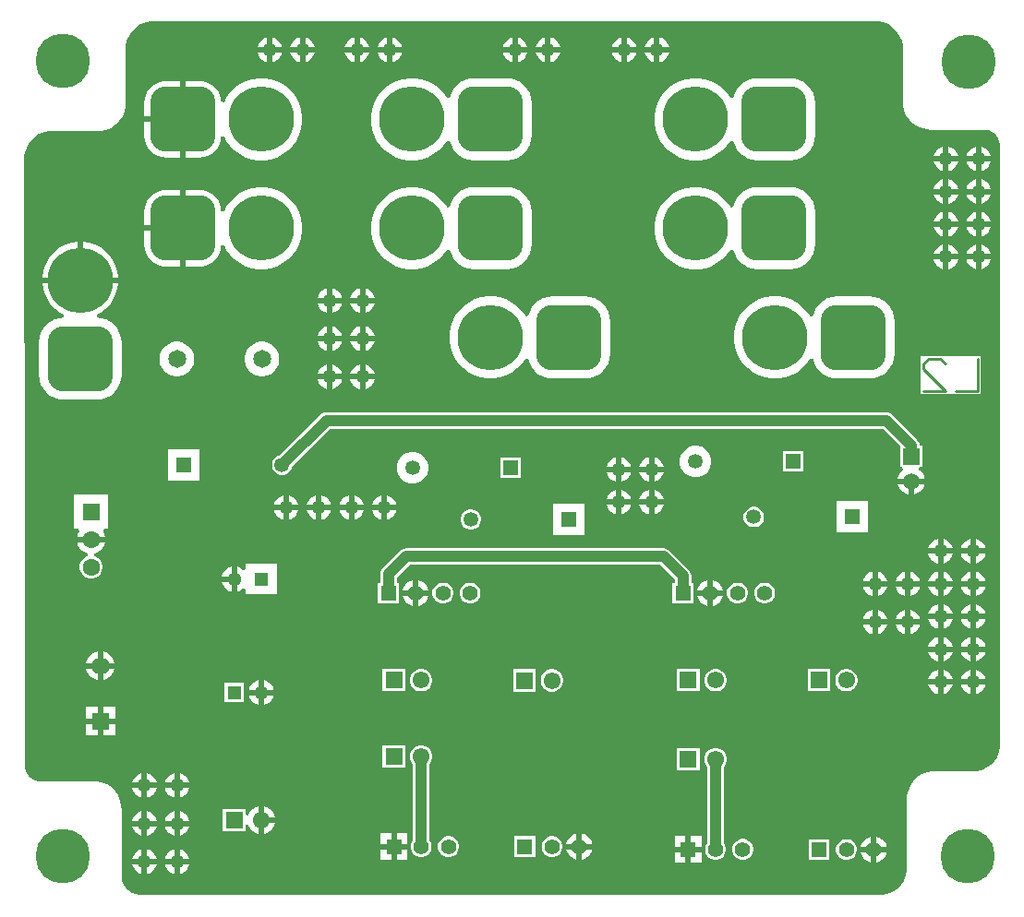
<source format=gbl>
G04*
G04 #@! TF.GenerationSoftware,Altium Limited,Altium Designer,26.2.0 (7)*
G04*
G04 Layer_Physical_Order=2*
G04 Layer_Color=16711680*
%FSLAX44Y44*%
%MOMM*%
G71*
G04*
G04 #@! TF.SameCoordinates,E85B846E-6058-4BB5-BA70-B6274EE6EEFF*
G04*
G04*
G04 #@! TF.FilePolarity,Positive*
G04*
G01*
G75*
%ADD13C,0.2540*%
%ADD17C,1.4000*%
%ADD18R,1.4000X1.4000*%
%ADD23R,1.5500X1.5500*%
%ADD24C,1.5500*%
%ADD34C,1.0000*%
G04:AMPARAMS|DCode=38|XSize=6mm|YSize=6mm|CornerRadius=1.5mm|HoleSize=0mm|Usage=FLASHONLY|Rotation=180.000|XOffset=0mm|YOffset=0mm|HoleType=Round|Shape=RoundedRectangle|*
%AMROUNDEDRECTD38*
21,1,6.0000,3.0000,0,0,180.0*
21,1,3.0000,6.0000,0,0,180.0*
1,1,3.0000,-1.5000,1.5000*
1,1,3.0000,1.5000,1.5000*
1,1,3.0000,1.5000,-1.5000*
1,1,3.0000,-1.5000,-1.5000*
%
%ADD38ROUNDEDRECTD38*%
%ADD39C,6.0000*%
%ADD40C,1.3500*%
%ADD41R,1.3500X1.3500*%
%ADD42C,1.6500*%
%ADD43R,1.6500X1.6500*%
%ADD44C,1.3000*%
%ADD45R,1.3000X1.3000*%
%ADD46R,1.5000X1.5000*%
%ADD47C,1.5000*%
%ADD48R,1.6000X1.6000*%
%ADD49C,1.6000*%
G04:AMPARAMS|DCode=50|XSize=6mm|YSize=6mm|CornerRadius=1.5mm|HoleSize=0mm|Usage=FLASHONLY|Rotation=90.000|XOffset=0mm|YOffset=0mm|HoleType=Round|Shape=RoundedRectangle|*
%AMROUNDEDRECTD50*
21,1,6.0000,3.0000,0,0,90.0*
21,1,3.0000,6.0000,0,0,90.0*
1,1,3.0000,1.5000,1.5000*
1,1,3.0000,1.5000,-1.5000*
1,1,3.0000,-1.5000,-1.5000*
1,1,3.0000,-1.5000,1.5000*
%
%ADD50ROUNDEDRECTD50*%
%ADD51C,5.0000*%
%ADD52C,1.2700*%
G36*
X803239Y816004D02*
X807861Y814089D01*
X812022Y811310D01*
X815559Y807772D01*
X818339Y803611D01*
X820254Y798989D01*
X821230Y794082D01*
Y791580D01*
Y742880D01*
X821352Y740390D01*
X822324Y735507D01*
X824229Y730907D01*
X826996Y726766D01*
X830516Y723245D01*
X834657Y720479D01*
X839257Y718574D01*
X844140Y717602D01*
X846630Y717480D01*
X897158D01*
X899959Y716923D01*
X902598Y715830D01*
X904973Y714243D01*
X906993Y712223D01*
X908580Y709848D01*
X909673Y707209D01*
X910230Y704408D01*
Y702980D01*
Y153230D01*
Y150842D01*
X909298Y146157D01*
X907470Y141743D01*
X904816Y137772D01*
X901439Y134394D01*
X897467Y131740D01*
X893054Y129912D01*
X888369Y128980D01*
X850380D01*
X847890Y128858D01*
X843007Y127886D01*
X838407Y125981D01*
X834266Y123215D01*
X830746Y119694D01*
X827979Y115554D01*
X826074Y110953D01*
X825102Y106070D01*
X824980Y103580D01*
Y40380D01*
Y37878D01*
X824004Y32971D01*
X822089Y28349D01*
X819309Y24188D01*
X815772Y20651D01*
X811611Y17871D01*
X806989Y15956D01*
X802082Y14980D01*
X121408D01*
X117834Y15691D01*
X114467Y17085D01*
X111437Y19110D01*
X108860Y21687D01*
X106835Y24717D01*
X105441Y28084D01*
X104730Y31658D01*
Y33480D01*
Y94330D01*
X104608Y96820D01*
X103636Y101703D01*
X101731Y106304D01*
X98965Y110444D01*
X95444Y113965D01*
X91304Y116731D01*
X86703Y118636D01*
X81820Y119608D01*
X79330Y119730D01*
X28876D01*
X26219Y120258D01*
X23717Y121295D01*
X21465Y122800D01*
X19550Y124715D01*
X18045Y126967D01*
X17008Y129469D01*
X16480Y132126D01*
X16480Y133480D01*
Y521230D01*
X16480Y521230D01*
X15730Y521330D01*
Y690830D01*
Y693332D01*
X16706Y698239D01*
X18621Y702861D01*
X21401Y707021D01*
X24938Y710559D01*
X29099Y713339D01*
X33721Y715254D01*
X38628Y716230D01*
X83330D01*
X85820Y716352D01*
X90703Y717324D01*
X95303Y719229D01*
X99444Y721995D01*
X102964Y725516D01*
X105731Y729657D01*
X107636Y734257D01*
X108608Y739140D01*
X108730Y741630D01*
Y791580D01*
Y794082D01*
X109706Y798989D01*
X111621Y803611D01*
X114401Y807772D01*
X117938Y811310D01*
X122099Y814089D01*
X126721Y816004D01*
X131628Y816980D01*
X798332D01*
X803239Y816004D01*
D02*
G37*
%LPC*%
G36*
X598270Y801883D02*
Y793270D01*
X606883D01*
X606381Y795142D01*
X604876Y797748D01*
X602748Y799876D01*
X600142Y801381D01*
X598270Y801883D01*
D02*
G37*
G36*
X593190D02*
X591318Y801381D01*
X588712Y799876D01*
X586584Y797748D01*
X585079Y795142D01*
X584577Y793270D01*
X593190D01*
Y801883D01*
D02*
G37*
G36*
X568270D02*
Y793270D01*
X576883D01*
X576381Y795142D01*
X574876Y797748D01*
X572748Y799876D01*
X570142Y801381D01*
X568270Y801883D01*
D02*
G37*
G36*
X563190D02*
X561318Y801381D01*
X558712Y799876D01*
X556584Y797748D01*
X555079Y795142D01*
X554577Y793270D01*
X563190D01*
Y801883D01*
D02*
G37*
G36*
X498270D02*
Y793270D01*
X506883D01*
X506381Y795142D01*
X504876Y797748D01*
X502748Y799876D01*
X500142Y801381D01*
X498270Y801883D01*
D02*
G37*
G36*
X493190D02*
X491318Y801381D01*
X488712Y799876D01*
X486584Y797748D01*
X485079Y795142D01*
X484577Y793270D01*
X493190D01*
Y801883D01*
D02*
G37*
G36*
X468270D02*
Y793270D01*
X476883D01*
X476381Y795142D01*
X474876Y797748D01*
X472748Y799876D01*
X470142Y801381D01*
X468270Y801883D01*
D02*
G37*
G36*
X463190D02*
X461318Y801381D01*
X458712Y799876D01*
X456584Y797748D01*
X455079Y795142D01*
X454577Y793270D01*
X463190D01*
Y801883D01*
D02*
G37*
G36*
X353270D02*
Y793270D01*
X361883D01*
X361381Y795142D01*
X359876Y797748D01*
X357748Y799876D01*
X355142Y801381D01*
X353270Y801883D01*
D02*
G37*
G36*
X348190D02*
X346318Y801381D01*
X343712Y799876D01*
X341584Y797748D01*
X340079Y795142D01*
X339577Y793270D01*
X348190D01*
Y801883D01*
D02*
G37*
G36*
X323270D02*
Y793270D01*
X331883D01*
X331381Y795142D01*
X329876Y797748D01*
X327748Y799876D01*
X325142Y801381D01*
X323270Y801883D01*
D02*
G37*
G36*
X318190D02*
X316318Y801381D01*
X313712Y799876D01*
X311584Y797748D01*
X310079Y795142D01*
X309577Y793270D01*
X318190D01*
Y801883D01*
D02*
G37*
G36*
X273270D02*
Y793270D01*
X281883D01*
X281381Y795142D01*
X279876Y797748D01*
X277748Y799876D01*
X275142Y801381D01*
X273270Y801883D01*
D02*
G37*
G36*
X268190D02*
X266318Y801381D01*
X263712Y799876D01*
X261584Y797748D01*
X260079Y795142D01*
X259577Y793270D01*
X268190D01*
Y801883D01*
D02*
G37*
G36*
X243270D02*
Y793270D01*
X251883D01*
X251381Y795142D01*
X249876Y797748D01*
X247748Y799876D01*
X245142Y801381D01*
X243270Y801883D01*
D02*
G37*
G36*
X238190D02*
X236318Y801381D01*
X233712Y799876D01*
X231584Y797748D01*
X230079Y795142D01*
X229577Y793270D01*
X238190D01*
Y801883D01*
D02*
G37*
G36*
X606883Y788190D02*
X598270D01*
Y779577D01*
X600142Y780079D01*
X602748Y781584D01*
X604876Y783712D01*
X606381Y786318D01*
X606883Y788190D01*
D02*
G37*
G36*
X593190D02*
X584577D01*
X585079Y786318D01*
X586584Y783712D01*
X588712Y781584D01*
X591318Y780079D01*
X593190Y779577D01*
Y788190D01*
D02*
G37*
G36*
X576883D02*
X568270D01*
Y779577D01*
X570142Y780079D01*
X572748Y781584D01*
X574876Y783712D01*
X576381Y786318D01*
X576883Y788190D01*
D02*
G37*
G36*
X563190D02*
X554577D01*
X555079Y786318D01*
X556584Y783712D01*
X558712Y781584D01*
X561318Y780079D01*
X563190Y779577D01*
Y788190D01*
D02*
G37*
G36*
X506883D02*
X498270D01*
Y779577D01*
X500142Y780079D01*
X502748Y781584D01*
X504876Y783712D01*
X506381Y786318D01*
X506883Y788190D01*
D02*
G37*
G36*
X493190D02*
X484577D01*
X485079Y786318D01*
X486584Y783712D01*
X488712Y781584D01*
X491318Y780079D01*
X493190Y779577D01*
Y788190D01*
D02*
G37*
G36*
X476883D02*
X468270D01*
Y779577D01*
X470142Y780079D01*
X472748Y781584D01*
X474876Y783712D01*
X476381Y786318D01*
X476883Y788190D01*
D02*
G37*
G36*
X463190D02*
X454577D01*
X455079Y786318D01*
X456584Y783712D01*
X458712Y781584D01*
X461318Y780079D01*
X463190Y779577D01*
Y788190D01*
D02*
G37*
G36*
X361883D02*
X353270D01*
Y779577D01*
X355142Y780079D01*
X357748Y781584D01*
X359876Y783712D01*
X361381Y786318D01*
X361883Y788190D01*
D02*
G37*
G36*
X348190D02*
X339577D01*
X340079Y786318D01*
X341584Y783712D01*
X343712Y781584D01*
X346318Y780079D01*
X348190Y779577D01*
Y788190D01*
D02*
G37*
G36*
X331883D02*
X323270D01*
Y779577D01*
X325142Y780079D01*
X327748Y781584D01*
X329876Y783712D01*
X331381Y786318D01*
X331883Y788190D01*
D02*
G37*
G36*
X318190D02*
X309577D01*
X310079Y786318D01*
X311584Y783712D01*
X313712Y781584D01*
X316318Y780079D01*
X318190Y779577D01*
Y788190D01*
D02*
G37*
G36*
X281883D02*
X273270D01*
Y779577D01*
X275142Y780079D01*
X277748Y781584D01*
X279876Y783712D01*
X281381Y786318D01*
X281883Y788190D01*
D02*
G37*
G36*
X268190D02*
X259577D01*
X260079Y786318D01*
X261584Y783712D01*
X263712Y781584D01*
X266318Y780079D01*
X268190Y779577D01*
Y788190D01*
D02*
G37*
G36*
X251883D02*
X243270D01*
Y779577D01*
X245142Y780079D01*
X247748Y781584D01*
X249876Y783712D01*
X251381Y786318D01*
X251883Y788190D01*
D02*
G37*
G36*
X238190D02*
X229577D01*
X230079Y786318D01*
X231584Y783712D01*
X233712Y781584D01*
X236318Y780079D01*
X238190Y779577D01*
Y788190D01*
D02*
G37*
G36*
X718000Y764729D02*
X688000D01*
X683566Y764293D01*
X679302Y762999D01*
X675372Y760899D01*
X671928Y758072D01*
X669101Y754628D01*
X667001Y750698D01*
X665880Y747004D01*
X663356Y746362D01*
X663176Y746717D01*
X659695Y751508D01*
X655508Y755695D01*
X650717Y759175D01*
X645441Y761864D01*
X639809Y763694D01*
X633961Y764620D01*
X628039D01*
X622191Y763694D01*
X616559Y761864D01*
X611283Y759175D01*
X606492Y755695D01*
X602305Y751508D01*
X598825Y746717D01*
X596136Y741441D01*
X594306Y735809D01*
X593380Y729961D01*
Y724039D01*
X594306Y718191D01*
X596136Y712559D01*
X598825Y707283D01*
X602305Y702492D01*
X606492Y698305D01*
X611283Y694825D01*
X616559Y692136D01*
X622191Y690306D01*
X628039Y689380D01*
X633961D01*
X639809Y690306D01*
X645441Y692136D01*
X650717Y694825D01*
X655508Y698305D01*
X659695Y702492D01*
X663176Y707283D01*
X663356Y707638D01*
X665880Y706996D01*
X667001Y703302D01*
X669101Y699372D01*
X671928Y695928D01*
X675372Y693101D01*
X679302Y691001D01*
X683566Y689707D01*
X688000Y689271D01*
X718000D01*
X722434Y689707D01*
X726698Y691001D01*
X730628Y693101D01*
X734072Y695928D01*
X736899Y699372D01*
X738999Y703302D01*
X740293Y707566D01*
X740730Y712000D01*
Y742000D01*
X740293Y746434D01*
X738999Y750698D01*
X736899Y754628D01*
X734072Y758072D01*
X730628Y760899D01*
X726698Y762999D01*
X722434Y764293D01*
X718000Y764729D01*
D02*
G37*
G36*
X458000D02*
X428000D01*
X423566Y764293D01*
X419302Y762999D01*
X415372Y760899D01*
X411928Y758072D01*
X409101Y754628D01*
X407001Y750698D01*
X405880Y747004D01*
X403356Y746362D01*
X403176Y746717D01*
X399695Y751508D01*
X395508Y755695D01*
X390717Y759175D01*
X385441Y761864D01*
X379809Y763694D01*
X373961Y764620D01*
X368039D01*
X362191Y763694D01*
X356559Y761864D01*
X351283Y759175D01*
X346492Y755695D01*
X342305Y751508D01*
X338825Y746717D01*
X336136Y741441D01*
X334306Y735809D01*
X333380Y729961D01*
Y724039D01*
X334306Y718191D01*
X336136Y712559D01*
X338825Y707283D01*
X342305Y702492D01*
X346492Y698305D01*
X351283Y694825D01*
X356559Y692136D01*
X362191Y690306D01*
X368039Y689380D01*
X373961D01*
X379809Y690306D01*
X385441Y692136D01*
X390717Y694825D01*
X395508Y698305D01*
X399695Y702492D01*
X403176Y707283D01*
X403356Y707638D01*
X405880Y706996D01*
X407001Y703302D01*
X409101Y699372D01*
X411928Y695928D01*
X415372Y693101D01*
X419302Y691001D01*
X423566Y689707D01*
X428000Y689271D01*
X458000D01*
X462434Y689707D01*
X466698Y691001D01*
X470628Y693101D01*
X474072Y695928D01*
X476899Y699372D01*
X478999Y703302D01*
X480293Y707566D01*
X480729Y712000D01*
Y742000D01*
X480293Y746434D01*
X478999Y750698D01*
X476899Y754628D01*
X474072Y758072D01*
X470628Y760899D01*
X466698Y762999D01*
X462434Y764293D01*
X458000Y764729D01*
D02*
G37*
G36*
X235961Y764620D02*
X230039D01*
X224191Y763694D01*
X218559Y761864D01*
X213283Y759175D01*
X208492Y755695D01*
X204305Y751508D01*
X200825Y746717D01*
X198680Y742507D01*
X196079Y742998D01*
X195790Y745936D01*
X194641Y749722D01*
X192777Y753210D01*
X190267Y756267D01*
X187210Y758777D01*
X183722Y760641D01*
X179936Y761789D01*
X176000Y762177D01*
X163540D01*
Y727000D01*
Y691823D01*
X176000D01*
X179936Y692211D01*
X183722Y693359D01*
X187210Y695223D01*
X190267Y697733D01*
X192777Y700790D01*
X194641Y704278D01*
X195790Y708064D01*
X196079Y711002D01*
X198680Y711493D01*
X200825Y707283D01*
X204305Y702492D01*
X208492Y698305D01*
X213283Y694825D01*
X218559Y692136D01*
X224191Y690306D01*
X230039Y689380D01*
X235961D01*
X241809Y690306D01*
X247441Y692136D01*
X252717Y694825D01*
X257508Y698305D01*
X261695Y702492D01*
X265175Y707283D01*
X267864Y712559D01*
X269694Y718191D01*
X270620Y724039D01*
Y729961D01*
X269694Y735809D01*
X267864Y741441D01*
X265175Y746717D01*
X261695Y751508D01*
X257508Y755695D01*
X252717Y759175D01*
X247441Y761864D01*
X241809Y763694D01*
X235961Y764620D01*
D02*
G37*
G36*
X158460Y762177D02*
X146000D01*
X142064Y761789D01*
X138279Y760641D01*
X134790Y758777D01*
X131733Y756267D01*
X129223Y753210D01*
X127359Y749722D01*
X126211Y745936D01*
X125823Y742000D01*
Y729540D01*
X158460D01*
Y762177D01*
D02*
G37*
G36*
X893270Y701883D02*
Y693270D01*
X901883D01*
X901381Y695142D01*
X899876Y697748D01*
X897748Y699876D01*
X895142Y701381D01*
X893270Y701883D01*
D02*
G37*
G36*
X888190D02*
X886318Y701381D01*
X883712Y699876D01*
X881584Y697748D01*
X880079Y695142D01*
X879577Y693270D01*
X888190D01*
Y701883D01*
D02*
G37*
G36*
X863270D02*
Y693270D01*
X871883D01*
X871381Y695142D01*
X869876Y697748D01*
X867748Y699876D01*
X865142Y701381D01*
X863270Y701883D01*
D02*
G37*
G36*
X858190D02*
X856318Y701381D01*
X853712Y699876D01*
X851584Y697748D01*
X850079Y695142D01*
X849577Y693270D01*
X858190D01*
Y701883D01*
D02*
G37*
G36*
X158460Y724460D02*
X125823D01*
Y712000D01*
X126211Y708064D01*
X127359Y704278D01*
X129223Y700790D01*
X131733Y697733D01*
X134790Y695223D01*
X138279Y693359D01*
X142064Y692211D01*
X146000Y691823D01*
X158460D01*
Y724460D01*
D02*
G37*
G36*
X901883Y688190D02*
X893270D01*
Y679577D01*
X895142Y680079D01*
X897748Y681584D01*
X899876Y683712D01*
X901381Y686318D01*
X901883Y688190D01*
D02*
G37*
G36*
X888190D02*
X879577D01*
X880079Y686318D01*
X881584Y683712D01*
X883712Y681584D01*
X886318Y680079D01*
X888190Y679577D01*
Y688190D01*
D02*
G37*
G36*
X871883D02*
X863270D01*
Y679577D01*
X865142Y680079D01*
X867748Y681584D01*
X869876Y683712D01*
X871381Y686318D01*
X871883Y688190D01*
D02*
G37*
G36*
X858190D02*
X849577D01*
X850079Y686318D01*
X851584Y683712D01*
X853712Y681584D01*
X856318Y680079D01*
X858190Y679577D01*
Y688190D01*
D02*
G37*
G36*
X893270Y671883D02*
Y663270D01*
X901883D01*
X901381Y665142D01*
X899876Y667748D01*
X897748Y669876D01*
X895142Y671381D01*
X893270Y671883D01*
D02*
G37*
G36*
X888190D02*
X886318Y671381D01*
X883712Y669876D01*
X881584Y667748D01*
X880079Y665142D01*
X879577Y663270D01*
X888190D01*
Y671883D01*
D02*
G37*
G36*
X863270D02*
Y663270D01*
X871883D01*
X871381Y665142D01*
X869876Y667748D01*
X867748Y669876D01*
X865142Y671381D01*
X863270Y671883D01*
D02*
G37*
G36*
X858190D02*
X856318Y671381D01*
X853712Y669876D01*
X851584Y667748D01*
X850079Y665142D01*
X849577Y663270D01*
X858190D01*
Y671883D01*
D02*
G37*
G36*
X901883Y658190D02*
X893270D01*
Y649577D01*
X895142Y650079D01*
X897748Y651584D01*
X899876Y653712D01*
X901381Y656318D01*
X901883Y658190D01*
D02*
G37*
G36*
X888190D02*
X879577D01*
X880079Y656318D01*
X881584Y653712D01*
X883712Y651584D01*
X886318Y650079D01*
X888190Y649577D01*
Y658190D01*
D02*
G37*
G36*
X871883D02*
X863270D01*
Y649577D01*
X865142Y650079D01*
X867748Y651584D01*
X869876Y653712D01*
X871381Y656318D01*
X871883Y658190D01*
D02*
G37*
G36*
X858190D02*
X849577D01*
X850079Y656318D01*
X851584Y653712D01*
X853712Y651584D01*
X856318Y650079D01*
X858190Y649577D01*
Y658190D01*
D02*
G37*
G36*
X718000Y664730D02*
X688000D01*
X683566Y664293D01*
X679302Y662999D01*
X675372Y660899D01*
X671928Y658072D01*
X669101Y654628D01*
X667001Y650698D01*
X665880Y647004D01*
X663356Y646362D01*
X663176Y646717D01*
X659695Y651508D01*
X655508Y655695D01*
X650717Y659175D01*
X645441Y661864D01*
X639809Y663694D01*
X633961Y664620D01*
X628039D01*
X622191Y663694D01*
X616559Y661864D01*
X611283Y659175D01*
X606492Y655695D01*
X602305Y651508D01*
X598825Y646717D01*
X596136Y641441D01*
X594306Y635809D01*
X593380Y629961D01*
Y624039D01*
X594306Y618191D01*
X596136Y612559D01*
X598825Y607283D01*
X602305Y602492D01*
X606492Y598305D01*
X611283Y594824D01*
X616559Y592136D01*
X622191Y590306D01*
X628039Y589380D01*
X633961D01*
X639809Y590306D01*
X645441Y592136D01*
X650717Y594824D01*
X655508Y598305D01*
X659695Y602492D01*
X663176Y607283D01*
X663356Y607638D01*
X665880Y606996D01*
X667001Y603302D01*
X669101Y599372D01*
X671928Y595928D01*
X675372Y593101D01*
X679302Y591001D01*
X683566Y589707D01*
X688000Y589271D01*
X718000D01*
X722434Y589707D01*
X726698Y591001D01*
X730628Y593101D01*
X734072Y595928D01*
X736899Y599372D01*
X738999Y603302D01*
X740293Y607566D01*
X740730Y612000D01*
Y642000D01*
X740293Y646434D01*
X738999Y650698D01*
X736899Y654628D01*
X734072Y658072D01*
X730628Y660899D01*
X726698Y662999D01*
X722434Y664293D01*
X718000Y664730D01*
D02*
G37*
G36*
X458000D02*
X428000D01*
X423566Y664293D01*
X419302Y662999D01*
X415372Y660899D01*
X411928Y658072D01*
X409101Y654628D01*
X407001Y650698D01*
X405880Y647004D01*
X403356Y646362D01*
X403176Y646717D01*
X399695Y651508D01*
X395508Y655695D01*
X390717Y659175D01*
X385441Y661864D01*
X379809Y663694D01*
X373961Y664620D01*
X368039D01*
X362191Y663694D01*
X356559Y661864D01*
X351283Y659175D01*
X346492Y655695D01*
X342305Y651508D01*
X338825Y646717D01*
X336136Y641441D01*
X334306Y635809D01*
X333380Y629961D01*
Y624039D01*
X334306Y618191D01*
X336136Y612559D01*
X338825Y607283D01*
X342305Y602492D01*
X346492Y598305D01*
X351283Y594824D01*
X356559Y592136D01*
X362191Y590306D01*
X368039Y589380D01*
X373961D01*
X379809Y590306D01*
X385441Y592136D01*
X390717Y594824D01*
X395508Y598305D01*
X399695Y602492D01*
X403176Y607283D01*
X403356Y607638D01*
X405880Y606996D01*
X407001Y603302D01*
X409101Y599372D01*
X411928Y595928D01*
X415372Y593101D01*
X419302Y591001D01*
X423566Y589707D01*
X428000Y589271D01*
X458000D01*
X462434Y589707D01*
X466698Y591001D01*
X470628Y593101D01*
X474072Y595928D01*
X476899Y599372D01*
X478999Y603302D01*
X480293Y607566D01*
X480729Y612000D01*
Y642000D01*
X480293Y646434D01*
X478999Y650698D01*
X476899Y654628D01*
X474072Y658072D01*
X470628Y660899D01*
X466698Y662999D01*
X462434Y664293D01*
X458000Y664730D01*
D02*
G37*
G36*
X235961Y664620D02*
X230039D01*
X224191Y663694D01*
X218559Y661864D01*
X213283Y659175D01*
X208492Y655695D01*
X204305Y651508D01*
X200825Y646717D01*
X198680Y642507D01*
X196079Y642998D01*
X195790Y645936D01*
X194641Y649722D01*
X192777Y653210D01*
X190267Y656267D01*
X187210Y658777D01*
X183722Y660641D01*
X179936Y661789D01*
X176000Y662177D01*
X163540D01*
Y627000D01*
Y591823D01*
X176000D01*
X179936Y592211D01*
X183722Y593359D01*
X187210Y595223D01*
X190267Y597733D01*
X192777Y600790D01*
X194641Y604278D01*
X195790Y608064D01*
X196079Y611002D01*
X198680Y611493D01*
X200825Y607283D01*
X204305Y602492D01*
X208492Y598305D01*
X213283Y594824D01*
X218559Y592136D01*
X224191Y590306D01*
X230039Y589380D01*
X235961D01*
X241809Y590306D01*
X247441Y592136D01*
X252717Y594824D01*
X257508Y598305D01*
X261695Y602492D01*
X265175Y607283D01*
X267864Y612559D01*
X269694Y618191D01*
X270620Y624039D01*
Y629961D01*
X269694Y635809D01*
X267864Y641441D01*
X265175Y646717D01*
X261695Y651508D01*
X257508Y655695D01*
X252717Y659175D01*
X247441Y661864D01*
X241809Y663694D01*
X235961Y664620D01*
D02*
G37*
G36*
X893270Y641883D02*
Y633270D01*
X901883D01*
X901381Y635142D01*
X899876Y637748D01*
X897748Y639876D01*
X895142Y641381D01*
X893270Y641883D01*
D02*
G37*
G36*
X888190D02*
X886318Y641381D01*
X883712Y639876D01*
X881584Y637748D01*
X880079Y635142D01*
X879577Y633270D01*
X888190D01*
Y641883D01*
D02*
G37*
G36*
X863270D02*
Y633270D01*
X871883D01*
X871381Y635142D01*
X869876Y637748D01*
X867748Y639876D01*
X865142Y641381D01*
X863270Y641883D01*
D02*
G37*
G36*
X858190D02*
X856318Y641381D01*
X853712Y639876D01*
X851584Y637748D01*
X850079Y635142D01*
X849577Y633270D01*
X858190D01*
Y641883D01*
D02*
G37*
G36*
X158460Y662177D02*
X146000D01*
X142064Y661789D01*
X138279Y660641D01*
X134790Y658777D01*
X131733Y656267D01*
X129223Y653210D01*
X127359Y649722D01*
X126211Y645936D01*
X125823Y642000D01*
Y629540D01*
X158460D01*
Y662177D01*
D02*
G37*
G36*
X901883Y628190D02*
X893270D01*
Y619577D01*
X895142Y620079D01*
X897748Y621584D01*
X899876Y623712D01*
X901381Y626318D01*
X901883Y628190D01*
D02*
G37*
G36*
X888190D02*
X879577D01*
X880079Y626318D01*
X881584Y623712D01*
X883712Y621584D01*
X886318Y620079D01*
X888190Y619577D01*
Y628190D01*
D02*
G37*
G36*
X871883D02*
X863270D01*
Y619577D01*
X865142Y620079D01*
X867748Y621584D01*
X869876Y623712D01*
X871381Y626318D01*
X871883Y628190D01*
D02*
G37*
G36*
X858190D02*
X849577D01*
X850079Y626318D01*
X851584Y623712D01*
X853712Y621584D01*
X856318Y620079D01*
X858190Y619577D01*
Y628190D01*
D02*
G37*
G36*
X893270Y611883D02*
Y603270D01*
X901883D01*
X901381Y605142D01*
X899876Y607748D01*
X897748Y609876D01*
X895142Y611381D01*
X893270Y611883D01*
D02*
G37*
G36*
X888190D02*
X886318Y611381D01*
X883712Y609876D01*
X881584Y607748D01*
X880079Y605142D01*
X879577Y603270D01*
X888190D01*
Y611883D01*
D02*
G37*
G36*
X863270D02*
Y603270D01*
X871883D01*
X871381Y605142D01*
X869876Y607748D01*
X867748Y609876D01*
X865142Y611381D01*
X863270Y611883D01*
D02*
G37*
G36*
X858190D02*
X856318Y611381D01*
X853712Y609876D01*
X851584Y607748D01*
X850079Y605142D01*
X849577Y603270D01*
X858190D01*
Y611883D01*
D02*
G37*
G36*
X158460Y624460D02*
X125823D01*
Y612000D01*
X126211Y608064D01*
X127359Y604278D01*
X129223Y600790D01*
X131733Y597733D01*
X134790Y595223D01*
X138279Y593359D01*
X142064Y592211D01*
X146000Y591823D01*
X158460D01*
Y624460D01*
D02*
G37*
G36*
X901883Y598190D02*
X893270D01*
Y589577D01*
X895142Y590079D01*
X897748Y591584D01*
X899876Y593712D01*
X901381Y596318D01*
X901883Y598190D01*
D02*
G37*
G36*
X888190D02*
X879577D01*
X880079Y596318D01*
X881584Y593712D01*
X883712Y591584D01*
X886318Y590079D01*
X888190Y589577D01*
Y598190D01*
D02*
G37*
G36*
X871883D02*
X863270D01*
Y589577D01*
X865142Y590079D01*
X867748Y591584D01*
X869876Y593712D01*
X871381Y596318D01*
X871883Y598190D01*
D02*
G37*
G36*
X858190D02*
X849577D01*
X850079Y596318D01*
X851584Y593712D01*
X853712Y591584D01*
X856318Y590079D01*
X858190Y589577D01*
Y598190D01*
D02*
G37*
G36*
X69761Y614580D02*
X69540D01*
Y582040D01*
X102080D01*
Y582261D01*
X101216Y587715D01*
X99510Y592966D01*
X97003Y597886D01*
X93758Y602353D01*
X89853Y606258D01*
X85386Y609503D01*
X80466Y612010D01*
X75215Y613716D01*
X69761Y614580D01*
D02*
G37*
G36*
X64460D02*
X64239D01*
X58786Y613716D01*
X53534Y612010D01*
X48614Y609503D01*
X44147Y606258D01*
X40243Y602353D01*
X36997Y597886D01*
X34490Y592966D01*
X32784Y587715D01*
X31920Y582261D01*
Y582040D01*
X64460D01*
Y614580D01*
D02*
G37*
G36*
X328270Y571883D02*
Y563270D01*
X336883D01*
X336381Y565142D01*
X334876Y567748D01*
X332748Y569876D01*
X330142Y571381D01*
X328270Y571883D01*
D02*
G37*
G36*
X323190D02*
X321318Y571381D01*
X318712Y569876D01*
X316584Y567748D01*
X315079Y565142D01*
X314577Y563270D01*
X323190D01*
Y571883D01*
D02*
G37*
G36*
X298270D02*
Y563270D01*
X306883D01*
X306381Y565142D01*
X304876Y567748D01*
X302748Y569876D01*
X300142Y571381D01*
X298270Y571883D01*
D02*
G37*
G36*
X293190D02*
X291318Y571381D01*
X288712Y569876D01*
X286584Y567748D01*
X285079Y565142D01*
X284577Y563270D01*
X293190D01*
Y571883D01*
D02*
G37*
G36*
X336883Y558190D02*
X328270D01*
Y549577D01*
X330142Y550079D01*
X332748Y551584D01*
X334876Y553712D01*
X336381Y556318D01*
X336883Y558190D01*
D02*
G37*
G36*
X323190D02*
X314577D01*
X315079Y556318D01*
X316584Y553712D01*
X318712Y551584D01*
X321318Y550079D01*
X323190Y549577D01*
Y558190D01*
D02*
G37*
G36*
X306883D02*
X298270D01*
Y549577D01*
X300142Y550079D01*
X302748Y551584D01*
X304876Y553712D01*
X306381Y556318D01*
X306883Y558190D01*
D02*
G37*
G36*
X293190D02*
X284577D01*
X285079Y556318D01*
X286584Y553712D01*
X288712Y551584D01*
X291318Y550079D01*
X293190Y549577D01*
Y558190D01*
D02*
G37*
G36*
X791000Y564729D02*
X761000D01*
X756566Y564293D01*
X752302Y562999D01*
X748372Y560899D01*
X744928Y558072D01*
X742101Y554628D01*
X740001Y550698D01*
X738880Y547004D01*
X736356Y546362D01*
X736176Y546717D01*
X732695Y551508D01*
X728508Y555695D01*
X723717Y559175D01*
X718441Y561864D01*
X712809Y563694D01*
X706961Y564620D01*
X701039D01*
X695191Y563694D01*
X689559Y561864D01*
X684283Y559175D01*
X679492Y555695D01*
X675305Y551508D01*
X671824Y546717D01*
X669136Y541441D01*
X667306Y535809D01*
X666380Y529961D01*
Y524039D01*
X667306Y518191D01*
X669136Y512559D01*
X671824Y507283D01*
X675305Y502492D01*
X679492Y498305D01*
X684283Y494824D01*
X689559Y492136D01*
X695191Y490306D01*
X701039Y489380D01*
X706961D01*
X712809Y490306D01*
X718441Y492136D01*
X723717Y494824D01*
X728508Y498305D01*
X732695Y502492D01*
X736176Y507283D01*
X736356Y507638D01*
X738880Y506996D01*
X740001Y503302D01*
X742101Y499372D01*
X744928Y495928D01*
X748372Y493101D01*
X752302Y491001D01*
X756566Y489707D01*
X761000Y489271D01*
X791000D01*
X795434Y489707D01*
X799698Y491001D01*
X803628Y493101D01*
X807072Y495928D01*
X809899Y499372D01*
X811999Y503302D01*
X813293Y507566D01*
X813729Y512000D01*
Y542000D01*
X813293Y546434D01*
X811999Y550698D01*
X809899Y554628D01*
X807072Y558072D01*
X803628Y560899D01*
X799698Y562999D01*
X795434Y564293D01*
X791000Y564729D01*
D02*
G37*
G36*
X530000D02*
X500000D01*
X495566Y564293D01*
X491302Y562999D01*
X487372Y560899D01*
X483928Y558072D01*
X481101Y554628D01*
X479001Y550698D01*
X477880Y547004D01*
X475356Y546362D01*
X475176Y546717D01*
X471695Y551508D01*
X467508Y555695D01*
X462717Y559175D01*
X457441Y561864D01*
X451809Y563694D01*
X445961Y564620D01*
X440039D01*
X434191Y563694D01*
X428559Y561864D01*
X423283Y559175D01*
X418492Y555695D01*
X414305Y551508D01*
X410825Y546717D01*
X408136Y541441D01*
X406306Y535809D01*
X405380Y529961D01*
Y524039D01*
X406306Y518191D01*
X408136Y512559D01*
X410825Y507283D01*
X414305Y502492D01*
X418492Y498305D01*
X423283Y494824D01*
X428559Y492136D01*
X434191Y490306D01*
X440039Y489380D01*
X445961D01*
X451809Y490306D01*
X457441Y492136D01*
X462717Y494824D01*
X467508Y498305D01*
X471695Y502492D01*
X475176Y507283D01*
X475356Y507638D01*
X477880Y506996D01*
X479001Y503302D01*
X481101Y499372D01*
X483928Y495928D01*
X487372Y493101D01*
X491302Y491001D01*
X495566Y489707D01*
X500000Y489271D01*
X530000D01*
X534434Y489707D01*
X538698Y491001D01*
X542628Y493101D01*
X546072Y495928D01*
X548899Y499372D01*
X550999Y503302D01*
X552293Y507566D01*
X552729Y512000D01*
Y542000D01*
X552293Y546434D01*
X550999Y550698D01*
X548899Y554628D01*
X546072Y558072D01*
X542628Y560899D01*
X538698Y562999D01*
X534434Y564293D01*
X530000Y564729D01*
D02*
G37*
G36*
X328270Y536883D02*
Y528270D01*
X336883D01*
X336381Y530142D01*
X334876Y532748D01*
X332748Y534876D01*
X330142Y536381D01*
X328270Y536883D01*
D02*
G37*
G36*
X323190D02*
X321318Y536381D01*
X318712Y534876D01*
X316584Y532748D01*
X315079Y530142D01*
X314577Y528270D01*
X323190D01*
Y536883D01*
D02*
G37*
G36*
X298270D02*
Y528270D01*
X306883D01*
X306381Y530142D01*
X304876Y532748D01*
X302748Y534876D01*
X300142Y536381D01*
X298270Y536883D01*
D02*
G37*
G36*
X293190D02*
X291318Y536381D01*
X288712Y534876D01*
X286584Y532748D01*
X285079Y530142D01*
X284577Y528270D01*
X293190D01*
Y536883D01*
D02*
G37*
G36*
X336883Y523190D02*
X328270D01*
Y514577D01*
X330142Y515079D01*
X332748Y516584D01*
X334876Y518712D01*
X336381Y521318D01*
X336883Y523190D01*
D02*
G37*
G36*
X323190D02*
X314577D01*
X315079Y521318D01*
X316584Y518712D01*
X318712Y516584D01*
X321318Y515079D01*
X323190Y514577D01*
Y523190D01*
D02*
G37*
G36*
X306883D02*
X298270D01*
Y514577D01*
X300142Y515079D01*
X302748Y516584D01*
X304876Y518712D01*
X306381Y521318D01*
X306883Y523190D01*
D02*
G37*
G36*
X293190D02*
X284577D01*
X285079Y521318D01*
X286584Y518712D01*
X288712Y516584D01*
X291318Y515079D01*
X293190Y514577D01*
Y523190D01*
D02*
G37*
G36*
X328270Y501883D02*
Y493270D01*
X336883D01*
X336381Y495142D01*
X334876Y497748D01*
X332748Y499876D01*
X330142Y501381D01*
X328270Y501883D01*
D02*
G37*
G36*
X323190D02*
X321318Y501381D01*
X318712Y499876D01*
X316584Y497748D01*
X315079Y495142D01*
X314577Y493270D01*
X323190D01*
Y501883D01*
D02*
G37*
G36*
X298270D02*
Y493270D01*
X306883D01*
X306381Y495142D01*
X304876Y497748D01*
X302748Y499876D01*
X300142Y501381D01*
X298270Y501883D01*
D02*
G37*
G36*
X293190D02*
X291318Y501381D01*
X288712Y499876D01*
X286584Y497748D01*
X285079Y495142D01*
X284577Y493270D01*
X293190D01*
Y501883D01*
D02*
G37*
G36*
X235063Y522870D02*
X231937D01*
X228871Y522260D01*
X225983Y521064D01*
X223384Y519327D01*
X221173Y517117D01*
X219436Y514517D01*
X218240Y511629D01*
X217630Y508563D01*
Y505437D01*
X218240Y502371D01*
X219436Y499483D01*
X221173Y496884D01*
X223384Y494673D01*
X225983Y492936D01*
X228871Y491740D01*
X231937Y491130D01*
X235063D01*
X238129Y491740D01*
X241017Y492936D01*
X243617Y494673D01*
X245827Y496884D01*
X247564Y499483D01*
X248760Y502371D01*
X249370Y505437D01*
Y508563D01*
X248760Y511629D01*
X247564Y514517D01*
X245827Y517117D01*
X243617Y519327D01*
X241017Y521064D01*
X238129Y522260D01*
X235063Y522870D01*
D02*
G37*
G36*
X157063D02*
X153937D01*
X150871Y522260D01*
X147983Y521064D01*
X145384Y519327D01*
X143173Y517117D01*
X141436Y514517D01*
X140240Y511629D01*
X139630Y508563D01*
Y505437D01*
X140240Y502371D01*
X141436Y499483D01*
X143173Y496884D01*
X145384Y494673D01*
X147983Y492936D01*
X150871Y491740D01*
X153937Y491130D01*
X157063D01*
X160129Y491740D01*
X163017Y492936D01*
X165617Y494673D01*
X167827Y496884D01*
X169564Y499483D01*
X170760Y502371D01*
X171370Y505437D01*
Y508563D01*
X170760Y511629D01*
X169564Y514517D01*
X167827Y517117D01*
X165617Y519327D01*
X163017Y521064D01*
X160129Y522260D01*
X157063Y522870D01*
D02*
G37*
G36*
X336883Y488190D02*
X328270D01*
Y479577D01*
X330142Y480079D01*
X332748Y481584D01*
X334876Y483712D01*
X336381Y486318D01*
X336883Y488190D01*
D02*
G37*
G36*
X323190D02*
X314577D01*
X315079Y486318D01*
X316584Y483712D01*
X318712Y481584D01*
X321318Y480079D01*
X323190Y479577D01*
Y488190D01*
D02*
G37*
G36*
X306883D02*
X298270D01*
Y479577D01*
X300142Y480079D01*
X302748Y481584D01*
X304876Y483712D01*
X306381Y486318D01*
X306883Y488190D01*
D02*
G37*
G36*
X293190D02*
X284577D01*
X285079Y486318D01*
X286584Y483712D01*
X288712Y481584D01*
X291318Y480079D01*
X293190Y479577D01*
Y488190D01*
D02*
G37*
G36*
X892500Y510070D02*
X837436D01*
Y475000D01*
X892500D01*
Y510070D01*
D02*
G37*
G36*
X102080Y576960D02*
X67000D01*
X31920D01*
Y576739D01*
X32784Y571285D01*
X34490Y566034D01*
X36997Y561114D01*
X40243Y556647D01*
X44147Y552743D01*
X48614Y549497D01*
X52004Y547769D01*
X52002Y546459D01*
X51493Y545179D01*
X47566Y544793D01*
X43302Y543499D01*
X39372Y541399D01*
X35928Y538572D01*
X33101Y535128D01*
X31001Y531198D01*
X29707Y526934D01*
X29271Y522500D01*
Y492500D01*
X29707Y488066D01*
X31001Y483802D01*
X33101Y479872D01*
X35928Y476428D01*
X39372Y473601D01*
X43302Y471501D01*
X47566Y470207D01*
X52000Y469771D01*
X82000D01*
X86434Y470207D01*
X90698Y471501D01*
X94628Y473601D01*
X98072Y476428D01*
X100899Y479872D01*
X102999Y483802D01*
X104293Y488066D01*
X104729Y492500D01*
Y522500D01*
X104293Y526934D01*
X102999Y531198D01*
X100899Y535128D01*
X98072Y538572D01*
X94628Y541399D01*
X90698Y543499D01*
X86434Y544793D01*
X82507Y545179D01*
X81998Y546459D01*
X81996Y547769D01*
X85386Y549497D01*
X89853Y552743D01*
X93758Y556647D01*
X97003Y561114D01*
X99510Y566034D01*
X101216Y571285D01*
X102080Y576739D01*
Y576960D01*
D02*
G37*
G36*
X593270Y416883D02*
Y408270D01*
X601883D01*
X601381Y410142D01*
X599876Y412748D01*
X597748Y414876D01*
X595142Y416381D01*
X593270Y416883D01*
D02*
G37*
G36*
X588190D02*
X586318Y416381D01*
X583712Y414876D01*
X581584Y412748D01*
X580079Y410142D01*
X579577Y408270D01*
X588190D01*
Y416883D01*
D02*
G37*
G36*
X563270D02*
Y408270D01*
X571883D01*
X571381Y410142D01*
X569876Y412748D01*
X567748Y414876D01*
X565142Y416381D01*
X563270Y416883D01*
D02*
G37*
G36*
X558190D02*
X556318Y416381D01*
X553712Y414876D01*
X551584Y412748D01*
X550079Y410142D01*
X549577Y408270D01*
X558190D01*
Y416883D01*
D02*
G37*
G36*
X730290Y422290D02*
X711710D01*
Y403710D01*
X730290D01*
Y422290D01*
D02*
G37*
G36*
X632892Y427370D02*
X629108D01*
X625453Y426391D01*
X622177Y424499D01*
X619501Y421823D01*
X617609Y418547D01*
X616630Y414892D01*
Y411108D01*
X617609Y407453D01*
X619501Y404177D01*
X622177Y401501D01*
X625453Y399609D01*
X629108Y398630D01*
X632892D01*
X636547Y399609D01*
X639823Y401501D01*
X642499Y404177D01*
X644391Y407453D01*
X645370Y411108D01*
Y414892D01*
X644391Y418547D01*
X642499Y421823D01*
X639823Y424499D01*
X636547Y426391D01*
X632892Y427370D01*
D02*
G37*
G36*
X471040Y416540D02*
X452460D01*
Y397960D01*
X471040D01*
Y416540D01*
D02*
G37*
G36*
X805957Y458335D02*
X292730D01*
X290762Y458076D01*
X289687Y457631D01*
X288927Y457316D01*
X287353Y456108D01*
X250446Y419201D01*
X248414Y418657D01*
X246296Y417434D01*
X244566Y415704D01*
X243343Y413586D01*
X242710Y411223D01*
Y408777D01*
X243343Y406414D01*
X244566Y404296D01*
X246296Y402566D01*
X248414Y401343D01*
X250777Y400710D01*
X253223D01*
X255586Y401343D01*
X257704Y402566D01*
X259434Y404296D01*
X260657Y406414D01*
X261201Y408446D01*
X295880Y443125D01*
X802807D01*
X818690Y427242D01*
Y407690D01*
X820591D01*
X821272Y405150D01*
X821006Y404996D01*
X818663Y402654D01*
X817007Y399786D01*
X816387Y397470D01*
X828730D01*
X841073D01*
X840453Y399786D01*
X838796Y402654D01*
X836454Y404996D01*
X836188Y405150D01*
X836869Y407690D01*
X838770D01*
Y427770D01*
X836712D01*
X836481Y429520D01*
X836036Y430595D01*
X835721Y431355D01*
X834513Y432930D01*
X811335Y456108D01*
X809760Y457316D01*
X807926Y458076D01*
X805957Y458335D01*
D02*
G37*
G36*
X176370Y424370D02*
X147630D01*
Y395630D01*
X176370D01*
Y424370D01*
D02*
G37*
G36*
X601883Y403190D02*
X593270D01*
Y394577D01*
X595142Y395079D01*
X597748Y396584D01*
X599876Y398712D01*
X601381Y401318D01*
X601883Y403190D01*
D02*
G37*
G36*
X588190D02*
X579577D01*
X580079Y401318D01*
X581584Y398712D01*
X583712Y396584D01*
X586318Y395079D01*
X588190Y394577D01*
Y403190D01*
D02*
G37*
G36*
X571883D02*
X563270D01*
Y394577D01*
X565142Y395079D01*
X567748Y396584D01*
X569876Y398712D01*
X571381Y401318D01*
X571883Y403190D01*
D02*
G37*
G36*
X558190D02*
X549577D01*
X550079Y401318D01*
X551584Y398712D01*
X553712Y396584D01*
X556318Y395079D01*
X558190Y394577D01*
Y403190D01*
D02*
G37*
G36*
X373642Y421620D02*
X369858D01*
X366203Y420641D01*
X362927Y418749D01*
X360251Y416073D01*
X358359Y412797D01*
X357380Y409142D01*
Y405358D01*
X358359Y401703D01*
X360251Y398427D01*
X362927Y395751D01*
X366203Y393859D01*
X369858Y392880D01*
X373642D01*
X377297Y393859D01*
X380574Y395751D01*
X383249Y398427D01*
X385141Y401703D01*
X386120Y405358D01*
Y409142D01*
X385141Y412797D01*
X383249Y416073D01*
X380574Y418749D01*
X377297Y420641D01*
X373642Y421620D01*
D02*
G37*
G36*
X841073Y392390D02*
X831270D01*
Y382587D01*
X833586Y383207D01*
X836454Y384864D01*
X838796Y387206D01*
X840453Y390074D01*
X841073Y392390D01*
D02*
G37*
G36*
X826190D02*
X816387D01*
X817007Y390074D01*
X818663Y387206D01*
X821006Y384864D01*
X823874Y383207D01*
X826190Y382587D01*
Y392390D01*
D02*
G37*
G36*
X593270Y386883D02*
Y378270D01*
X601883D01*
X601381Y380142D01*
X599876Y382748D01*
X597748Y384876D01*
X595142Y386381D01*
X593270Y386883D01*
D02*
G37*
G36*
X588190D02*
X586318Y386381D01*
X583712Y384876D01*
X581584Y382748D01*
X580079Y380142D01*
X579577Y378270D01*
X588190D01*
Y386883D01*
D02*
G37*
G36*
X563270D02*
Y378270D01*
X571883D01*
X571381Y380142D01*
X569876Y382748D01*
X567748Y384876D01*
X565142Y386381D01*
X563270Y386883D01*
D02*
G37*
G36*
X558190D02*
X556318Y386381D01*
X553712Y384876D01*
X551584Y382748D01*
X550079Y380142D01*
X549577Y378270D01*
X558190D01*
Y386883D01*
D02*
G37*
G36*
X348270Y381883D02*
Y373270D01*
X356883D01*
X356381Y375142D01*
X354876Y377748D01*
X352748Y379876D01*
X350142Y381381D01*
X348270Y381883D01*
D02*
G37*
G36*
X343190D02*
X341318Y381381D01*
X338712Y379876D01*
X336584Y377748D01*
X335079Y375142D01*
X334577Y373270D01*
X343190D01*
Y381883D01*
D02*
G37*
G36*
X318270D02*
Y373270D01*
X326883D01*
X326381Y375142D01*
X324876Y377748D01*
X322748Y379876D01*
X320142Y381381D01*
X318270Y381883D01*
D02*
G37*
G36*
X313190D02*
X311318Y381381D01*
X308712Y379876D01*
X306584Y377748D01*
X305079Y375142D01*
X304577Y373270D01*
X313190D01*
Y381883D01*
D02*
G37*
G36*
X288270D02*
Y373270D01*
X296883D01*
X296381Y375142D01*
X294876Y377748D01*
X292748Y379876D01*
X290142Y381381D01*
X288270Y381883D01*
D02*
G37*
G36*
X283190D02*
X281318Y381381D01*
X278712Y379876D01*
X276584Y377748D01*
X275079Y375142D01*
X274577Y373270D01*
X283190D01*
Y381883D01*
D02*
G37*
G36*
X258270D02*
Y373270D01*
X266883D01*
X266381Y375142D01*
X264876Y377748D01*
X262748Y379876D01*
X260142Y381381D01*
X258270Y381883D01*
D02*
G37*
G36*
X253190D02*
X251318Y381381D01*
X248712Y379876D01*
X246584Y377748D01*
X245079Y375142D01*
X244577Y373270D01*
X253190D01*
Y381883D01*
D02*
G37*
G36*
X601883Y373190D02*
X593270D01*
Y364577D01*
X595142Y365079D01*
X597748Y366584D01*
X599876Y368712D01*
X601381Y371318D01*
X601883Y373190D01*
D02*
G37*
G36*
X588190D02*
X579577D01*
X580079Y371318D01*
X581584Y368712D01*
X583712Y366584D01*
X586318Y365079D01*
X588190Y364577D01*
Y373190D01*
D02*
G37*
G36*
X571883D02*
X563270D01*
Y364577D01*
X565142Y365079D01*
X567748Y366584D01*
X569876Y368712D01*
X571381Y371318D01*
X571883Y373190D01*
D02*
G37*
G36*
X558190D02*
X549577D01*
X550079Y371318D01*
X551584Y368712D01*
X553712Y366584D01*
X556318Y365079D01*
X558190Y364577D01*
Y373190D01*
D02*
G37*
G36*
X356883Y368190D02*
X348270D01*
Y359577D01*
X350142Y360079D01*
X352748Y361584D01*
X354876Y363712D01*
X356381Y366318D01*
X356883Y368190D01*
D02*
G37*
G36*
X343190D02*
X334577D01*
X335079Y366318D01*
X336584Y363712D01*
X338712Y361584D01*
X341318Y360079D01*
X343190Y359577D01*
Y368190D01*
D02*
G37*
G36*
X326883D02*
X318270D01*
Y359577D01*
X320142Y360079D01*
X322748Y361584D01*
X324876Y363712D01*
X326381Y366318D01*
X326883Y368190D01*
D02*
G37*
G36*
X313190D02*
X304577D01*
X305079Y366318D01*
X306584Y363712D01*
X308712Y361584D01*
X311318Y360079D01*
X313190Y359577D01*
Y368190D01*
D02*
G37*
G36*
X296883D02*
X288270D01*
Y359577D01*
X290142Y360079D01*
X292748Y361584D01*
X294876Y363712D01*
X296381Y366318D01*
X296883Y368190D01*
D02*
G37*
G36*
X283190D02*
X274577D01*
X275079Y366318D01*
X276584Y363712D01*
X278712Y361584D01*
X281318Y360079D01*
X283190Y359577D01*
Y368190D01*
D02*
G37*
G36*
X266883D02*
X258270D01*
Y359577D01*
X260142Y360079D01*
X262748Y361584D01*
X264876Y363712D01*
X266381Y366318D01*
X266883Y368190D01*
D02*
G37*
G36*
X253190D02*
X244577D01*
X245079Y366318D01*
X246584Y363712D01*
X248712Y361584D01*
X251318Y360079D01*
X253190Y359577D01*
Y368190D01*
D02*
G37*
G36*
X685723Y371290D02*
X683277D01*
X680914Y370657D01*
X678796Y369434D01*
X677066Y367704D01*
X675843Y365586D01*
X675210Y363223D01*
Y360777D01*
X675843Y358414D01*
X677066Y356296D01*
X678796Y354566D01*
X680914Y353343D01*
X683277Y352710D01*
X685723D01*
X688086Y353343D01*
X690204Y354566D01*
X691934Y356296D01*
X693157Y358414D01*
X693790Y360777D01*
Y363223D01*
X693157Y365586D01*
X691934Y367704D01*
X690204Y369434D01*
X688086Y370657D01*
X685723Y371290D01*
D02*
G37*
G36*
X426223Y369290D02*
X423777D01*
X421414Y368657D01*
X419296Y367434D01*
X417566Y365704D01*
X416343Y363586D01*
X415710Y361223D01*
Y358777D01*
X416343Y356414D01*
X417566Y354296D01*
X419296Y352566D01*
X421414Y351343D01*
X423777Y350710D01*
X426223D01*
X428586Y351343D01*
X430704Y352566D01*
X432434Y354296D01*
X433657Y356414D01*
X434290Y358777D01*
Y361223D01*
X433657Y363586D01*
X432434Y365704D01*
X430704Y367434D01*
X428586Y368657D01*
X426223Y369290D01*
D02*
G37*
G36*
X788870Y376370D02*
X760130D01*
Y347630D01*
X788870D01*
Y376370D01*
D02*
G37*
G36*
X529370Y374370D02*
X500630D01*
Y345630D01*
X529370D01*
Y374370D01*
D02*
G37*
G36*
X92600Y382500D02*
X61360D01*
Y351260D01*
X64938D01*
X66057Y348720D01*
X64791Y346529D01*
X64119Y344020D01*
X89841D01*
X89169Y346529D01*
X87903Y348720D01*
X89023Y351260D01*
X92600D01*
Y382500D01*
D02*
G37*
G36*
X888270Y341883D02*
Y333270D01*
X896883D01*
X896381Y335142D01*
X894876Y337748D01*
X892748Y339876D01*
X890142Y341381D01*
X888270Y341883D01*
D02*
G37*
G36*
X883190D02*
X881318Y341381D01*
X878712Y339876D01*
X876584Y337748D01*
X875079Y335142D01*
X874577Y333270D01*
X883190D01*
Y341883D01*
D02*
G37*
G36*
X858270D02*
Y333270D01*
X866883D01*
X866381Y335142D01*
X864876Y337748D01*
X862748Y339876D01*
X860142Y341381D01*
X858270Y341883D01*
D02*
G37*
G36*
X853190D02*
X851318Y341381D01*
X848712Y339876D01*
X846584Y337748D01*
X845079Y335142D01*
X844577Y333270D01*
X853190D01*
Y341883D01*
D02*
G37*
G36*
X896883Y328190D02*
X888270D01*
Y319577D01*
X890142Y320079D01*
X892748Y321584D01*
X894876Y323712D01*
X896381Y326318D01*
X896883Y328190D01*
D02*
G37*
G36*
X883190D02*
X874577D01*
X875079Y326318D01*
X876584Y323712D01*
X878712Y321584D01*
X881318Y320079D01*
X883190Y319577D01*
Y328190D01*
D02*
G37*
G36*
X866883D02*
X858270D01*
Y319577D01*
X860142Y320079D01*
X862748Y321584D01*
X864876Y323712D01*
X866381Y326318D01*
X866883Y328190D01*
D02*
G37*
G36*
X853190D02*
X844577D01*
X845079Y326318D01*
X846584Y323712D01*
X848712Y321584D01*
X851318Y320079D01*
X853190Y319577D01*
Y328190D01*
D02*
G37*
G36*
X247120Y319120D02*
X218880D01*
Y314089D01*
X216340Y313037D01*
X215110Y314266D01*
X212470Y315791D01*
X210540Y316308D01*
Y305000D01*
Y293692D01*
X212470Y294209D01*
X215110Y295734D01*
X216340Y296963D01*
X218880Y295911D01*
Y290880D01*
X247120D01*
Y319120D01*
D02*
G37*
G36*
X205460Y316308D02*
X203530Y315791D01*
X200890Y314266D01*
X198734Y312110D01*
X197209Y309470D01*
X196692Y307540D01*
X205460D01*
Y316308D01*
D02*
G37*
G36*
X89841Y338940D02*
X64119D01*
X64791Y336431D01*
X66514Y333449D01*
X68949Y331013D01*
X71931Y329291D01*
X73840Y328780D01*
X73840Y326150D01*
X72912Y325902D01*
X70508Y324514D01*
X68546Y322552D01*
X67158Y320148D01*
X66440Y317468D01*
Y314692D01*
X67158Y312012D01*
X68546Y309608D01*
X70508Y307646D01*
X72912Y306258D01*
X75592Y305540D01*
X78368D01*
X81048Y306258D01*
X83452Y307646D01*
X85414Y309608D01*
X86802Y312012D01*
X87520Y314692D01*
Y317468D01*
X86802Y320148D01*
X85414Y322552D01*
X83452Y324514D01*
X81048Y325902D01*
X80120Y326150D01*
X80120Y328780D01*
X82029Y329291D01*
X85011Y331013D01*
X87447Y333449D01*
X89169Y336431D01*
X89841Y338940D01*
D02*
G37*
G36*
X888270Y311883D02*
Y303270D01*
X896883D01*
X896381Y305142D01*
X894876Y307748D01*
X892748Y309876D01*
X890142Y311381D01*
X888270Y311883D01*
D02*
G37*
G36*
X883190D02*
X881318Y311381D01*
X878712Y309876D01*
X876584Y307748D01*
X875079Y305142D01*
X874577Y303270D01*
X883190D01*
Y311883D01*
D02*
G37*
G36*
X858270D02*
Y303270D01*
X866883D01*
X866381Y305142D01*
X864876Y307748D01*
X862748Y309876D01*
X860142Y311381D01*
X858270Y311883D01*
D02*
G37*
G36*
X853190D02*
X851318Y311381D01*
X848712Y309876D01*
X846584Y307748D01*
X845079Y305142D01*
X844577Y303270D01*
X853190D01*
Y311883D01*
D02*
G37*
G36*
X828270D02*
Y303270D01*
X836883D01*
X836381Y305142D01*
X834876Y307748D01*
X832748Y309876D01*
X830142Y311381D01*
X828270Y311883D01*
D02*
G37*
G36*
X823190D02*
X821318Y311381D01*
X818712Y309876D01*
X816584Y307748D01*
X815079Y305142D01*
X814577Y303270D01*
X823190D01*
Y311883D01*
D02*
G37*
G36*
X798270D02*
Y303270D01*
X806883D01*
X806381Y305142D01*
X804876Y307748D01*
X802748Y309876D01*
X800142Y311381D01*
X798270Y311883D01*
D02*
G37*
G36*
X793190D02*
X791318Y311381D01*
X788712Y309876D01*
X786584Y307748D01*
X785079Y305142D01*
X784577Y303270D01*
X793190D01*
Y311883D01*
D02*
G37*
G36*
X377040Y304076D02*
Y294790D01*
X386326D01*
X385757Y296913D01*
X384166Y299667D01*
X381917Y301916D01*
X379163Y303507D01*
X377040Y304076D01*
D02*
G37*
G36*
X647040Y304076D02*
Y294790D01*
X656326D01*
X655757Y296913D01*
X654166Y299667D01*
X651917Y301916D01*
X649163Y303507D01*
X647040Y304076D01*
D02*
G37*
G36*
X641960Y304076D02*
X639837Y303507D01*
X637083Y301916D01*
X634834Y299667D01*
X633243Y296913D01*
X632674Y294790D01*
X641960D01*
Y304076D01*
D02*
G37*
G36*
X371960D02*
X369837Y303507D01*
X367083Y301916D01*
X364834Y299667D01*
X363243Y296913D01*
X362674Y294790D01*
X371960D01*
Y304076D01*
D02*
G37*
G36*
X205460Y302460D02*
X196692D01*
X197209Y300530D01*
X198734Y297890D01*
X200890Y295734D01*
X203530Y294209D01*
X205460Y293692D01*
Y302460D01*
D02*
G37*
G36*
X896883Y298190D02*
X888270D01*
Y289577D01*
X890142Y290079D01*
X892748Y291584D01*
X894876Y293712D01*
X896381Y296318D01*
X896883Y298190D01*
D02*
G37*
G36*
X883190D02*
X874577D01*
X875079Y296318D01*
X876584Y293712D01*
X878712Y291584D01*
X881318Y290079D01*
X883190Y289577D01*
Y298190D01*
D02*
G37*
G36*
X866883D02*
X858270D01*
Y289577D01*
X860142Y290079D01*
X862748Y291584D01*
X864876Y293712D01*
X866381Y296318D01*
X866883Y298190D01*
D02*
G37*
G36*
X853190D02*
X844577D01*
X845079Y296318D01*
X846584Y293712D01*
X848712Y291584D01*
X851318Y290079D01*
X853190Y289577D01*
Y298190D01*
D02*
G37*
G36*
X836883D02*
X828270D01*
Y289577D01*
X830142Y290079D01*
X832748Y291584D01*
X834876Y293712D01*
X836381Y296318D01*
X836883Y298190D01*
D02*
G37*
G36*
X823190D02*
X814577D01*
X815079Y296318D01*
X816584Y293712D01*
X818712Y291584D01*
X821318Y290079D01*
X823190Y289577D01*
Y298190D01*
D02*
G37*
G36*
X806883D02*
X798270D01*
Y289577D01*
X800142Y290079D01*
X802748Y291584D01*
X804876Y293712D01*
X806381Y296318D01*
X806883Y298190D01*
D02*
G37*
G36*
X793190D02*
X784577D01*
X785079Y296318D01*
X786584Y293712D01*
X788712Y291584D01*
X791318Y290079D01*
X793190Y289577D01*
Y298190D01*
D02*
G37*
G36*
X695756Y301790D02*
X693244D01*
X690818Y301140D01*
X688642Y299884D01*
X686866Y298108D01*
X685610Y295932D01*
X684960Y293506D01*
Y290994D01*
X685610Y288568D01*
X686866Y286392D01*
X688642Y284616D01*
X690818Y283360D01*
X693244Y282710D01*
X695756D01*
X698182Y283360D01*
X700358Y284616D01*
X702134Y286392D01*
X703390Y288568D01*
X704040Y290994D01*
Y293506D01*
X703390Y295932D01*
X702134Y298108D01*
X700358Y299884D01*
X698182Y301140D01*
X695756Y301790D01*
D02*
G37*
G36*
X670756D02*
X668244D01*
X665818Y301140D01*
X663642Y299884D01*
X661866Y298108D01*
X660610Y295932D01*
X659960Y293506D01*
Y290994D01*
X660610Y288568D01*
X661866Y286392D01*
X663642Y284616D01*
X665818Y283360D01*
X668244Y282710D01*
X670756D01*
X673182Y283360D01*
X675358Y284616D01*
X677134Y286392D01*
X678390Y288568D01*
X679040Y290994D01*
Y293506D01*
X678390Y295932D01*
X677134Y298108D01*
X675358Y299884D01*
X673182Y301140D01*
X670756Y301790D01*
D02*
G37*
G36*
X601730Y333335D02*
X365730D01*
X363762Y333076D01*
X362687Y332631D01*
X361927Y332316D01*
X360353Y331108D01*
X344123Y314878D01*
X342914Y313302D01*
X342154Y311468D01*
X341895Y309500D01*
Y301790D01*
X339960D01*
Y282710D01*
X359040D01*
Y301790D01*
X357105D01*
Y306350D01*
X368880Y318125D01*
X598580D01*
X611895Y304810D01*
Y301790D01*
X609960D01*
Y282710D01*
X629040D01*
Y301790D01*
X627105D01*
Y307960D01*
X626846Y309928D01*
X626401Y311003D01*
X626086Y311763D01*
X624878Y313338D01*
X607108Y331108D01*
X605533Y332316D01*
X603698Y333076D01*
X601730Y333335D01*
D02*
G37*
G36*
X425756Y301790D02*
X423244D01*
X420818Y301140D01*
X418642Y299884D01*
X416866Y298108D01*
X415610Y295932D01*
X414960Y293506D01*
Y290994D01*
X415610Y288568D01*
X416866Y286392D01*
X418642Y284616D01*
X420818Y283360D01*
X423244Y282710D01*
X425756D01*
X428182Y283360D01*
X430358Y284616D01*
X432134Y286392D01*
X433390Y288568D01*
X434040Y290994D01*
Y293506D01*
X433390Y295932D01*
X432134Y298108D01*
X430358Y299884D01*
X428182Y301140D01*
X425756Y301790D01*
D02*
G37*
G36*
X400756D02*
X398244D01*
X395818Y301140D01*
X393642Y299884D01*
X391866Y298108D01*
X390610Y295932D01*
X389960Y293506D01*
Y290994D01*
X390610Y288568D01*
X391866Y286392D01*
X393642Y284616D01*
X395818Y283360D01*
X398244Y282710D01*
X400756D01*
X403182Y283360D01*
X405358Y284616D01*
X407134Y286392D01*
X408390Y288568D01*
X409040Y290994D01*
Y293506D01*
X408390Y295932D01*
X407134Y298108D01*
X405358Y299884D01*
X403182Y301140D01*
X400756Y301790D01*
D02*
G37*
G36*
X641960Y289710D02*
X632674D01*
X633243Y287587D01*
X634834Y284833D01*
X637083Y282584D01*
X639837Y280993D01*
X641960Y280424D01*
Y289710D01*
D02*
G37*
G36*
X386326D02*
X377040D01*
Y280424D01*
X379163Y280993D01*
X381917Y282584D01*
X384166Y284833D01*
X385757Y287587D01*
X386326Y289710D01*
D02*
G37*
G36*
X371960D02*
X362674D01*
X363243Y287587D01*
X364834Y284833D01*
X367083Y282584D01*
X369837Y280993D01*
X371960Y280424D01*
Y289710D01*
D02*
G37*
G36*
X656326D02*
X647040D01*
Y280424D01*
X649163Y280993D01*
X651917Y282584D01*
X654166Y284833D01*
X655757Y287587D01*
X656326Y289710D01*
D02*
G37*
G36*
X888270Y281883D02*
Y273270D01*
X896883D01*
X896381Y275142D01*
X894876Y277748D01*
X892748Y279876D01*
X890142Y281381D01*
X888270Y281883D01*
D02*
G37*
G36*
X883190D02*
X881318Y281381D01*
X878712Y279876D01*
X876584Y277748D01*
X875079Y275142D01*
X874577Y273270D01*
X883190D01*
Y281883D01*
D02*
G37*
G36*
X858270D02*
Y273270D01*
X866883D01*
X866381Y275142D01*
X864876Y277748D01*
X862748Y279876D01*
X860142Y281381D01*
X858270Y281883D01*
D02*
G37*
G36*
X853190D02*
X851318Y281381D01*
X848712Y279876D01*
X846584Y277748D01*
X845079Y275142D01*
X844577Y273270D01*
X853190D01*
Y281883D01*
D02*
G37*
G36*
X828270Y276883D02*
Y268270D01*
X836883D01*
X836381Y270142D01*
X834876Y272748D01*
X832748Y274876D01*
X830142Y276381D01*
X828270Y276883D01*
D02*
G37*
G36*
X823190D02*
X821318Y276381D01*
X818712Y274876D01*
X816584Y272748D01*
X815079Y270142D01*
X814577Y268270D01*
X823190D01*
Y276883D01*
D02*
G37*
G36*
X798270D02*
Y268270D01*
X806883D01*
X806381Y270142D01*
X804876Y272748D01*
X802748Y274876D01*
X800142Y276381D01*
X798270Y276883D01*
D02*
G37*
G36*
X793190D02*
X791318Y276381D01*
X788712Y274876D01*
X786584Y272748D01*
X785079Y270142D01*
X784577Y268270D01*
X793190D01*
Y276883D01*
D02*
G37*
G36*
X896883Y268190D02*
X888270D01*
Y259577D01*
X890142Y260079D01*
X892748Y261584D01*
X894876Y263712D01*
X896381Y266318D01*
X896883Y268190D01*
D02*
G37*
G36*
X883190D02*
X874577D01*
X875079Y266318D01*
X876584Y263712D01*
X878712Y261584D01*
X881318Y260079D01*
X883190Y259577D01*
Y268190D01*
D02*
G37*
G36*
X866883D02*
X858270D01*
Y259577D01*
X860142Y260079D01*
X862748Y261584D01*
X864876Y263712D01*
X866381Y266318D01*
X866883Y268190D01*
D02*
G37*
G36*
X853190D02*
X844577D01*
X845079Y266318D01*
X846584Y263712D01*
X848712Y261584D01*
X851318Y260079D01*
X853190Y259577D01*
Y268190D01*
D02*
G37*
G36*
X836883Y263190D02*
X828270D01*
Y254577D01*
X830142Y255079D01*
X832748Y256584D01*
X834876Y258712D01*
X836381Y261318D01*
X836883Y263190D01*
D02*
G37*
G36*
X823190D02*
X814577D01*
X815079Y261318D01*
X816584Y258712D01*
X818712Y256584D01*
X821318Y255079D01*
X823190Y254577D01*
Y263190D01*
D02*
G37*
G36*
X806883D02*
X798270D01*
Y254577D01*
X800142Y255079D01*
X802748Y256584D01*
X804876Y258712D01*
X806381Y261318D01*
X806883Y263190D01*
D02*
G37*
G36*
X793190D02*
X784577D01*
X785079Y261318D01*
X786584Y258712D01*
X788712Y256584D01*
X791318Y255079D01*
X793190Y254577D01*
Y263190D01*
D02*
G37*
G36*
X888270Y251883D02*
Y243270D01*
X896883D01*
X896381Y245142D01*
X894876Y247748D01*
X892748Y249876D01*
X890142Y251381D01*
X888270Y251883D01*
D02*
G37*
G36*
X883190D02*
X881318Y251381D01*
X878712Y249876D01*
X876584Y247748D01*
X875079Y245142D01*
X874577Y243270D01*
X883190D01*
Y251883D01*
D02*
G37*
G36*
X858270D02*
Y243270D01*
X866883D01*
X866381Y245142D01*
X864876Y247748D01*
X862748Y249876D01*
X860142Y251381D01*
X858270Y251883D01*
D02*
G37*
G36*
X853190D02*
X851318Y251381D01*
X848712Y249876D01*
X846584Y247748D01*
X845079Y245142D01*
X844577Y243270D01*
X853190D01*
Y251883D01*
D02*
G37*
G36*
X896883Y238190D02*
X888270D01*
Y229577D01*
X890142Y230079D01*
X892748Y231584D01*
X894876Y233712D01*
X896381Y236318D01*
X896883Y238190D01*
D02*
G37*
G36*
X883190D02*
X874577D01*
X875079Y236318D01*
X876584Y233712D01*
X878712Y231584D01*
X881318Y230079D01*
X883190Y229577D01*
Y238190D01*
D02*
G37*
G36*
X866883D02*
X858270D01*
Y229577D01*
X860142Y230079D01*
X862748Y231584D01*
X864876Y233712D01*
X866381Y236318D01*
X866883Y238190D01*
D02*
G37*
G36*
X853190D02*
X844577D01*
X845079Y236318D01*
X846584Y233712D01*
X848712Y231584D01*
X851318Y230079D01*
X853190Y229577D01*
Y238190D01*
D02*
G37*
G36*
X88020Y238600D02*
Y228020D01*
X98600D01*
X97902Y230625D01*
X96147Y233665D01*
X93665Y236147D01*
X90625Y237902D01*
X88020Y238600D01*
D02*
G37*
G36*
X82940D02*
X80335Y237902D01*
X77295Y236147D01*
X74813Y233665D01*
X73059Y230625D01*
X72360Y228020D01*
X82940D01*
Y238600D01*
D02*
G37*
G36*
X888270Y221883D02*
Y213270D01*
X896883D01*
X896381Y215142D01*
X894876Y217748D01*
X892748Y219876D01*
X890142Y221381D01*
X888270Y221883D01*
D02*
G37*
G36*
X883190D02*
X881318Y221381D01*
X878712Y219876D01*
X876584Y217748D01*
X875079Y215142D01*
X874577Y213270D01*
X883190D01*
Y221883D01*
D02*
G37*
G36*
X858270D02*
Y213270D01*
X866883D01*
X866381Y215142D01*
X864876Y217748D01*
X862748Y219876D01*
X860142Y221381D01*
X858270Y221883D01*
D02*
G37*
G36*
X853190D02*
X851318Y221381D01*
X848712Y219876D01*
X846584Y217748D01*
X845079Y215142D01*
X844577Y213270D01*
X853190D01*
Y221883D01*
D02*
G37*
G36*
X98600Y222940D02*
X88020D01*
Y212360D01*
X90625Y213058D01*
X93665Y214813D01*
X96147Y217295D01*
X97902Y220335D01*
X98600Y222940D01*
D02*
G37*
G36*
X82940D02*
X72360D01*
X73059Y220335D01*
X74813Y217295D01*
X77295Y214813D01*
X80335Y213058D01*
X82940Y212360D01*
Y222940D01*
D02*
G37*
G36*
X235540Y212308D02*
Y203540D01*
X244308D01*
X243791Y205470D01*
X242266Y208110D01*
X240110Y210266D01*
X237470Y211791D01*
X235540Y212308D01*
D02*
G37*
G36*
X230460D02*
X228530Y211791D01*
X225890Y210266D01*
X223734Y208110D01*
X222209Y205470D01*
X221692Y203540D01*
X230460D01*
Y212308D01*
D02*
G37*
G36*
X770855Y222540D02*
X768145D01*
X765528Y221839D01*
X763182Y220484D01*
X761266Y218568D01*
X759911Y216222D01*
X759210Y213605D01*
Y210895D01*
X759911Y208278D01*
X761266Y205932D01*
X763182Y204016D01*
X765528Y202661D01*
X768145Y201960D01*
X770855D01*
X773472Y202661D01*
X775818Y204016D01*
X777734Y205932D01*
X779089Y208278D01*
X779790Y210895D01*
Y213605D01*
X779089Y216222D01*
X777734Y218568D01*
X775818Y220484D01*
X773472Y221839D01*
X770855Y222540D01*
D02*
G37*
G36*
X754790D02*
X734210D01*
Y201960D01*
X754790D01*
Y222540D01*
D02*
G37*
G36*
X650855D02*
X648145D01*
X645528Y221839D01*
X643182Y220484D01*
X641266Y218568D01*
X639911Y216222D01*
X639210Y213605D01*
Y210895D01*
X639911Y208278D01*
X641266Y205932D01*
X643182Y204016D01*
X645528Y202661D01*
X648145Y201960D01*
X650855D01*
X653472Y202661D01*
X655818Y204016D01*
X657734Y205932D01*
X659089Y208278D01*
X659790Y210895D01*
Y213605D01*
X659089Y216222D01*
X657734Y218568D01*
X655818Y220484D01*
X653472Y221839D01*
X650855Y222540D01*
D02*
G37*
G36*
X634790D02*
X614210D01*
Y201960D01*
X634790D01*
Y222540D01*
D02*
G37*
G36*
X380855D02*
X378145D01*
X375528Y221839D01*
X373182Y220484D01*
X371266Y218568D01*
X369911Y216222D01*
X369210Y213605D01*
Y210895D01*
X369911Y208278D01*
X371266Y205932D01*
X373182Y204016D01*
X375528Y202661D01*
X378145Y201960D01*
X380855D01*
X383472Y202661D01*
X385818Y204016D01*
X387734Y205932D01*
X389089Y208278D01*
X389790Y210895D01*
Y213605D01*
X389089Y216222D01*
X387734Y218568D01*
X385818Y220484D01*
X383472Y221839D01*
X380855Y222540D01*
D02*
G37*
G36*
X364790D02*
X344210D01*
Y201960D01*
X364790D01*
Y222540D01*
D02*
G37*
G36*
X500855Y222290D02*
X498145D01*
X495528Y221589D01*
X493182Y220234D01*
X491266Y218318D01*
X489911Y215972D01*
X489210Y213355D01*
Y210645D01*
X489911Y208028D01*
X491266Y205682D01*
X493182Y203766D01*
X495528Y202411D01*
X498145Y201710D01*
X500855D01*
X503472Y202411D01*
X505818Y203766D01*
X507734Y205682D01*
X509089Y208028D01*
X509790Y210645D01*
Y213355D01*
X509089Y215972D01*
X507734Y218318D01*
X505818Y220234D01*
X503472Y221589D01*
X500855Y222290D01*
D02*
G37*
G36*
X484790D02*
X464210D01*
Y201710D01*
X484790D01*
Y222290D01*
D02*
G37*
G36*
X896883Y208190D02*
X888270D01*
Y199577D01*
X890142Y200079D01*
X892748Y201584D01*
X894876Y203712D01*
X896381Y206318D01*
X896883Y208190D01*
D02*
G37*
G36*
X883190D02*
X874577D01*
X875079Y206318D01*
X876584Y203712D01*
X878712Y201584D01*
X881318Y200079D01*
X883190Y199577D01*
Y208190D01*
D02*
G37*
G36*
X866883D02*
X858270D01*
Y199577D01*
X860142Y200079D01*
X862748Y201584D01*
X864876Y203712D01*
X866381Y206318D01*
X866883Y208190D01*
D02*
G37*
G36*
X853190D02*
X844577D01*
X845079Y206318D01*
X846584Y203712D01*
X848712Y201584D01*
X851318Y200079D01*
X853190Y199577D01*
Y208190D01*
D02*
G37*
G36*
X217040Y210040D02*
X198960D01*
Y191960D01*
X217040D01*
Y210040D01*
D02*
G37*
G36*
X244308Y198460D02*
X235540D01*
Y189692D01*
X237470Y190209D01*
X240110Y191734D01*
X242266Y193890D01*
X243791Y196530D01*
X244308Y198460D01*
D02*
G37*
G36*
X230460D02*
X221692D01*
X222209Y196530D01*
X223734Y193890D01*
X225890Y191734D01*
X228530Y190209D01*
X230460Y189692D01*
Y198460D01*
D02*
G37*
G36*
X98810Y188010D02*
X88020D01*
Y177220D01*
X98810D01*
Y188010D01*
D02*
G37*
G36*
X82940D02*
X72150D01*
Y177220D01*
X82940D01*
Y188010D01*
D02*
G37*
G36*
X98810Y172140D02*
X88020D01*
Y161350D01*
X98810D01*
Y172140D01*
D02*
G37*
G36*
X82940D02*
X72150D01*
Y161350D01*
X82940D01*
Y172140D01*
D02*
G37*
G36*
X364790Y152540D02*
X344210D01*
Y131960D01*
X364790D01*
Y152540D01*
D02*
G37*
G36*
X634790Y150040D02*
X614210D01*
Y129460D01*
X634790D01*
Y150040D01*
D02*
G37*
G36*
X158270Y126883D02*
Y118270D01*
X166883D01*
X166381Y120142D01*
X164876Y122748D01*
X162748Y124876D01*
X160142Y126381D01*
X158270Y126883D01*
D02*
G37*
G36*
X153190D02*
X151318Y126381D01*
X148712Y124876D01*
X146584Y122748D01*
X145079Y120142D01*
X144577Y118270D01*
X153190D01*
Y126883D01*
D02*
G37*
G36*
X128270D02*
Y118270D01*
X136883D01*
X136381Y120142D01*
X134876Y122748D01*
X132748Y124876D01*
X130142Y126381D01*
X128270Y126883D01*
D02*
G37*
G36*
X123190D02*
X121318Y126381D01*
X118712Y124876D01*
X116584Y122748D01*
X115079Y120142D01*
X114577Y118270D01*
X123190D01*
Y126883D01*
D02*
G37*
G36*
X166883Y113190D02*
X158270D01*
Y104577D01*
X160142Y105079D01*
X162748Y106584D01*
X164876Y108712D01*
X166381Y111318D01*
X166883Y113190D01*
D02*
G37*
G36*
X153190D02*
X144577D01*
X145079Y111318D01*
X146584Y108712D01*
X148712Y106584D01*
X151318Y105079D01*
X153190Y104577D01*
Y113190D01*
D02*
G37*
G36*
X136883D02*
X128270D01*
Y104577D01*
X130142Y105079D01*
X132748Y106584D01*
X134876Y108712D01*
X136381Y111318D01*
X136883Y113190D01*
D02*
G37*
G36*
X123190D02*
X114577D01*
X115079Y111318D01*
X116584Y108712D01*
X118712Y106584D01*
X121318Y105079D01*
X123190Y104577D01*
Y113190D01*
D02*
G37*
G36*
X230460Y96602D02*
X228048Y95956D01*
X225122Y94267D01*
X222733Y91878D01*
X221044Y88952D01*
X220830Y88152D01*
X218290Y88487D01*
Y94290D01*
X197710D01*
Y73710D01*
X218290D01*
Y79513D01*
X220830Y79848D01*
X221044Y79048D01*
X222733Y76122D01*
X225122Y73734D01*
X228048Y72044D01*
X230460Y71398D01*
Y84000D01*
Y96602D01*
D02*
G37*
G36*
X235540D02*
Y86540D01*
X245602D01*
X244956Y88952D01*
X243267Y91878D01*
X240878Y94267D01*
X237952Y95956D01*
X235540Y96602D01*
D02*
G37*
G36*
X158270Y91883D02*
Y83270D01*
X166883D01*
X166381Y85142D01*
X164876Y87748D01*
X162748Y89876D01*
X160142Y91381D01*
X158270Y91883D01*
D02*
G37*
G36*
X153190D02*
X151318Y91381D01*
X148712Y89876D01*
X146584Y87748D01*
X145079Y85142D01*
X144577Y83270D01*
X153190D01*
Y91883D01*
D02*
G37*
G36*
X128270D02*
Y83270D01*
X136883D01*
X136381Y85142D01*
X134876Y87748D01*
X132748Y89876D01*
X130142Y91381D01*
X128270Y91883D01*
D02*
G37*
G36*
X123190D02*
X121318Y91381D01*
X118712Y89876D01*
X116584Y87748D01*
X115079Y85142D01*
X114577Y83270D01*
X123190D01*
Y91883D01*
D02*
G37*
G36*
X245602Y81460D02*
X235540D01*
Y71398D01*
X237952Y72044D01*
X240878Y73734D01*
X243267Y76122D01*
X244956Y79048D01*
X245602Y81460D01*
D02*
G37*
G36*
X166883Y78190D02*
X158270D01*
Y69577D01*
X160142Y70079D01*
X162748Y71584D01*
X164876Y73712D01*
X166381Y76318D01*
X166883Y78190D01*
D02*
G37*
G36*
X153190D02*
X144577D01*
X145079Y76318D01*
X146584Y73712D01*
X148712Y71584D01*
X151318Y70079D01*
X153190Y69577D01*
Y78190D01*
D02*
G37*
G36*
X136883D02*
X128270D01*
Y69577D01*
X130142Y70079D01*
X132748Y71584D01*
X134876Y73712D01*
X136381Y76318D01*
X136883Y78190D01*
D02*
G37*
G36*
X123190D02*
X114577D01*
X115079Y76318D01*
X116584Y73712D01*
X118712Y71584D01*
X121318Y70079D01*
X123190Y69577D01*
Y78190D01*
D02*
G37*
G36*
X527040Y71325D02*
Y62040D01*
X536326D01*
X535757Y64163D01*
X534166Y66917D01*
X531917Y69166D01*
X529163Y70757D01*
X527040Y71325D01*
D02*
G37*
G36*
X521960D02*
X519837Y70757D01*
X517083Y69166D01*
X514834Y66917D01*
X513243Y64163D01*
X512674Y62040D01*
X521960D01*
Y71325D01*
D02*
G37*
G36*
X366580Y71580D02*
X357040D01*
Y62040D01*
X366580D01*
Y71580D01*
D02*
G37*
G36*
X351960D02*
X342420D01*
Y62040D01*
X351960D01*
Y71580D01*
D02*
G37*
G36*
X636580Y69080D02*
X627040D01*
Y59540D01*
X636580D01*
Y69080D01*
D02*
G37*
G36*
X621960D02*
X612420D01*
Y59540D01*
X621960D01*
Y69080D01*
D02*
G37*
G36*
X797040Y68576D02*
Y59290D01*
X806326D01*
X805757Y61413D01*
X804166Y64167D01*
X801917Y66416D01*
X799163Y68007D01*
X797040Y68576D01*
D02*
G37*
G36*
X791960D02*
X789837Y68007D01*
X787083Y66416D01*
X784834Y64167D01*
X783243Y61413D01*
X782674Y59290D01*
X791960D01*
Y68576D01*
D02*
G37*
G36*
X500756Y69040D02*
X498244D01*
X495818Y68390D01*
X493642Y67134D01*
X491866Y65358D01*
X490610Y63182D01*
X489960Y60756D01*
Y58244D01*
X490610Y55818D01*
X491866Y53642D01*
X493642Y51866D01*
X495818Y50610D01*
X498244Y49960D01*
X500756D01*
X503182Y50610D01*
X505358Y51866D01*
X507134Y53642D01*
X508390Y55818D01*
X509040Y58244D01*
Y60756D01*
X508390Y63182D01*
X507134Y65358D01*
X505358Y67134D01*
X503182Y68390D01*
X500756Y69040D01*
D02*
G37*
G36*
X484040D02*
X464960D01*
Y49960D01*
X484040D01*
Y69040D01*
D02*
G37*
G36*
X405756D02*
X403244D01*
X400818Y68390D01*
X398642Y67134D01*
X396866Y65358D01*
X395610Y63182D01*
X394960Y60756D01*
Y58244D01*
X395610Y55818D01*
X396866Y53642D01*
X398642Y51866D01*
X400818Y50610D01*
X403244Y49960D01*
X405756D01*
X408182Y50610D01*
X410358Y51866D01*
X412134Y53642D01*
X413390Y55818D01*
X414040Y58244D01*
Y60756D01*
X413390Y63182D01*
X412134Y65358D01*
X410358Y67134D01*
X408182Y68390D01*
X405756Y69040D01*
D02*
G37*
G36*
X380855Y152540D02*
X378145D01*
X375528Y151839D01*
X373182Y150484D01*
X371266Y148568D01*
X369911Y146222D01*
X369210Y143605D01*
Y140895D01*
X369911Y138278D01*
X371266Y135932D01*
X371895Y135303D01*
Y65387D01*
X371866Y65358D01*
X370610Y63182D01*
X369960Y60756D01*
Y58244D01*
X370610Y55818D01*
X371866Y53642D01*
X373642Y51866D01*
X375818Y50610D01*
X378244Y49960D01*
X380756D01*
X383182Y50610D01*
X385358Y51866D01*
X387134Y53642D01*
X388390Y55818D01*
X389040Y58244D01*
Y60756D01*
X388390Y63182D01*
X387134Y65358D01*
X387105Y65387D01*
Y135303D01*
X387734Y135932D01*
X389089Y138278D01*
X389790Y140895D01*
Y143605D01*
X389089Y146222D01*
X387734Y148568D01*
X385818Y150484D01*
X383472Y151839D01*
X380855Y152540D01*
D02*
G37*
G36*
X158270Y56883D02*
Y48270D01*
X166883D01*
X166381Y50142D01*
X164876Y52748D01*
X162748Y54876D01*
X160142Y56381D01*
X158270Y56883D01*
D02*
G37*
G36*
X153190D02*
X151318Y56381D01*
X148712Y54876D01*
X146584Y52748D01*
X145079Y50142D01*
X144577Y48270D01*
X153190D01*
Y56883D01*
D02*
G37*
G36*
X128270D02*
Y48270D01*
X136883D01*
X136381Y50142D01*
X134876Y52748D01*
X132748Y54876D01*
X130142Y56381D01*
X128270Y56883D01*
D02*
G37*
G36*
X123190D02*
X121318Y56381D01*
X118712Y54876D01*
X116584Y52748D01*
X115079Y50142D01*
X114577Y48270D01*
X123190D01*
Y56883D01*
D02*
G37*
G36*
X536326Y56960D02*
X527040D01*
Y47674D01*
X529163Y48243D01*
X531917Y49834D01*
X534166Y52083D01*
X535757Y54837D01*
X536326Y56960D01*
D02*
G37*
G36*
X521960D02*
X512674D01*
X513243Y54837D01*
X514834Y52083D01*
X517083Y49834D01*
X519837Y48243D01*
X521960Y47674D01*
Y56960D01*
D02*
G37*
G36*
X675756Y66540D02*
X673244D01*
X670818Y65890D01*
X668642Y64634D01*
X666866Y62858D01*
X665610Y60682D01*
X664960Y58256D01*
Y55744D01*
X665610Y53318D01*
X666866Y51142D01*
X668642Y49366D01*
X670818Y48110D01*
X673244Y47460D01*
X675756D01*
X678182Y48110D01*
X680358Y49366D01*
X682134Y51142D01*
X683390Y53318D01*
X684040Y55744D01*
Y58256D01*
X683390Y60682D01*
X682134Y62858D01*
X680358Y64634D01*
X678182Y65890D01*
X675756Y66540D01*
D02*
G37*
G36*
X650855Y150040D02*
X648145D01*
X645528Y149339D01*
X643182Y147984D01*
X641266Y146068D01*
X639911Y143722D01*
X639210Y141105D01*
Y138395D01*
X639911Y135778D01*
X641266Y133432D01*
X641895Y132803D01*
Y62887D01*
X641866Y62858D01*
X640610Y60682D01*
X639960Y58256D01*
Y55744D01*
X640610Y53318D01*
X641866Y51142D01*
X643642Y49366D01*
X645818Y48110D01*
X648244Y47460D01*
X650756D01*
X653182Y48110D01*
X655358Y49366D01*
X657134Y51142D01*
X658390Y53318D01*
X659040Y55744D01*
Y58256D01*
X658390Y60682D01*
X657134Y62858D01*
X657105Y62887D01*
Y132803D01*
X657734Y133432D01*
X659089Y135778D01*
X659790Y138395D01*
Y141105D01*
X659089Y143722D01*
X657734Y146068D01*
X655818Y147984D01*
X653472Y149339D01*
X650855Y150040D01*
D02*
G37*
G36*
X366580Y56960D02*
X357040D01*
Y47420D01*
X366580D01*
Y56960D01*
D02*
G37*
G36*
X351960D02*
X342420D01*
Y47420D01*
X351960D01*
Y56960D01*
D02*
G37*
G36*
X770756Y66290D02*
X768244D01*
X765818Y65640D01*
X763642Y64384D01*
X761866Y62608D01*
X760610Y60432D01*
X759960Y58006D01*
Y55494D01*
X760610Y53068D01*
X761866Y50892D01*
X763642Y49116D01*
X765818Y47860D01*
X768244Y47210D01*
X770756D01*
X773182Y47860D01*
X775358Y49116D01*
X777134Y50892D01*
X778390Y53068D01*
X779040Y55494D01*
Y58006D01*
X778390Y60432D01*
X777134Y62608D01*
X775358Y64384D01*
X773182Y65640D01*
X770756Y66290D01*
D02*
G37*
G36*
X754040D02*
X734960D01*
Y47210D01*
X754040D01*
Y66290D01*
D02*
G37*
G36*
X806326Y54210D02*
X797040D01*
Y44925D01*
X799163Y45493D01*
X801917Y47084D01*
X804166Y49333D01*
X805757Y52087D01*
X806326Y54210D01*
D02*
G37*
G36*
X791960D02*
X782674D01*
X783243Y52087D01*
X784834Y49333D01*
X787083Y47084D01*
X789837Y45493D01*
X791960Y44925D01*
Y54210D01*
D02*
G37*
G36*
X636580Y54460D02*
X627040D01*
Y44920D01*
X636580D01*
Y54460D01*
D02*
G37*
G36*
X621960D02*
X612420D01*
Y44920D01*
X621960D01*
Y54460D01*
D02*
G37*
G36*
X166883Y43190D02*
X158270D01*
Y34577D01*
X160142Y35079D01*
X162748Y36584D01*
X164876Y38712D01*
X166381Y41318D01*
X166883Y43190D01*
D02*
G37*
G36*
X153190D02*
X144577D01*
X145079Y41318D01*
X146584Y38712D01*
X148712Y36584D01*
X151318Y35079D01*
X153190Y34577D01*
Y43190D01*
D02*
G37*
G36*
X136883D02*
X128270D01*
Y34577D01*
X130142Y35079D01*
X132748Y36584D01*
X134876Y38712D01*
X136381Y41318D01*
X136883Y43190D01*
D02*
G37*
G36*
X123190D02*
X114577D01*
X115079Y41318D01*
X116584Y38712D01*
X118712Y36584D01*
X121318Y35079D01*
X123190Y34577D01*
Y43190D01*
D02*
G37*
%LPD*%
D13*
X889960Y507530D02*
Y477540D01*
X869967D01*
X839976D02*
X859970D01*
X839976Y497533D01*
Y502532D01*
X844975Y507530D01*
X854971D01*
X859970Y502532D01*
D17*
X404500Y59500D02*
D03*
X379500D02*
D03*
X524500D02*
D03*
X499500D02*
D03*
X374500Y292250D02*
D03*
X424500D02*
D03*
X399500D02*
D03*
X674500Y57000D02*
D03*
X649500D02*
D03*
X769500Y56750D02*
D03*
X794500D02*
D03*
X644500Y292250D02*
D03*
X694500D02*
D03*
X669500D02*
D03*
D18*
X354500Y59500D02*
D03*
X474500D02*
D03*
X349500Y292250D02*
D03*
X624500Y57000D02*
D03*
X744500Y56750D02*
D03*
X619500Y292250D02*
D03*
D23*
X208000Y84000D02*
D03*
X474500Y212000D02*
D03*
X354500Y212250D02*
D03*
Y142250D02*
D03*
X624500Y139750D02*
D03*
Y212250D02*
D03*
X744500D02*
D03*
D24*
X233000Y84000D02*
D03*
X499500Y212000D02*
D03*
X379500Y212250D02*
D03*
Y142250D02*
D03*
X649500Y139750D02*
D03*
Y212250D02*
D03*
X769500D02*
D03*
D34*
X379500Y59500D02*
Y142250D01*
X649500Y57000D02*
Y139750D01*
X601730Y325730D02*
X619500Y307960D01*
Y292250D02*
Y307960D01*
X828730Y417730D02*
X829135Y418135D01*
Y427552D01*
X805957Y450730D02*
X829135Y427552D01*
X365730Y325730D02*
X601730D01*
X292730Y450730D02*
X805957D01*
X349500Y309500D02*
X365730Y325730D01*
X349500Y292250D02*
Y309500D01*
X252000Y410000D02*
X292730Y450730D01*
D38*
X515000Y527000D02*
D03*
X443000Y627000D02*
D03*
X161000D02*
D03*
Y727000D02*
D03*
X776000Y527000D02*
D03*
X703000Y627000D02*
D03*
Y727000D02*
D03*
X443000D02*
D03*
D39*
X443000Y527000D02*
D03*
X371000Y627000D02*
D03*
X233000D02*
D03*
Y727000D02*
D03*
X704000Y527000D02*
D03*
X631000Y627000D02*
D03*
Y727000D02*
D03*
X371000D02*
D03*
X67000Y579500D02*
D03*
D40*
X425000Y360000D02*
D03*
X631000Y413000D02*
D03*
X371750Y407250D02*
D03*
X252000Y410000D02*
D03*
X684500Y362000D02*
D03*
D41*
X515000Y360000D02*
D03*
X721000Y413000D02*
D03*
X461750Y407250D02*
D03*
X162000Y410000D02*
D03*
X774500Y362000D02*
D03*
D42*
X233500Y507000D02*
D03*
X155500D02*
D03*
X85480Y225480D02*
D03*
D43*
Y174680D02*
D03*
D44*
X233000Y201000D02*
D03*
X208000Y305000D02*
D03*
D45*
Y201000D02*
D03*
X233000Y305000D02*
D03*
D46*
X828730Y417730D02*
D03*
D47*
Y394930D02*
D03*
D48*
X76980Y366880D02*
D03*
D49*
Y341480D02*
D03*
Y316080D02*
D03*
D50*
X67000Y507500D02*
D03*
D51*
X50730Y780730D02*
D03*
X881730Y779730D02*
D03*
X880730Y50730D02*
D03*
X50730D02*
D03*
D52*
X860730Y660730D02*
D03*
X855730Y300730D02*
D03*
Y210730D02*
D03*
Y270730D02*
D03*
Y240730D02*
D03*
Y330730D02*
D03*
X860730Y600730D02*
D03*
Y630730D02*
D03*
X560730Y405730D02*
D03*
X325730Y490730D02*
D03*
X890730Y690730D02*
D03*
X860730D02*
D03*
X590730Y405730D02*
D03*
X885730Y240730D02*
D03*
Y330730D02*
D03*
Y300730D02*
D03*
Y270730D02*
D03*
X125730Y45730D02*
D03*
X155730D02*
D03*
X240730Y790730D02*
D03*
X565730D02*
D03*
X595730D02*
D03*
X270730D02*
D03*
X320730D02*
D03*
X495730D02*
D03*
X465730D02*
D03*
X350730D02*
D03*
X890730Y660730D02*
D03*
Y630730D02*
D03*
Y600730D02*
D03*
X885730Y210730D02*
D03*
X295730Y490730D02*
D03*
Y560730D02*
D03*
Y525730D02*
D03*
X325730D02*
D03*
Y560730D02*
D03*
X125730Y115730D02*
D03*
Y80730D02*
D03*
X155730Y115730D02*
D03*
Y80730D02*
D03*
X795730Y300730D02*
D03*
X825730Y265730D02*
D03*
Y300730D02*
D03*
X795730Y265730D02*
D03*
X560730Y375730D02*
D03*
X285730Y370730D02*
D03*
X590730Y375730D02*
D03*
X255730Y370730D02*
D03*
X315730D02*
D03*
X345730D02*
D03*
M02*

</source>
